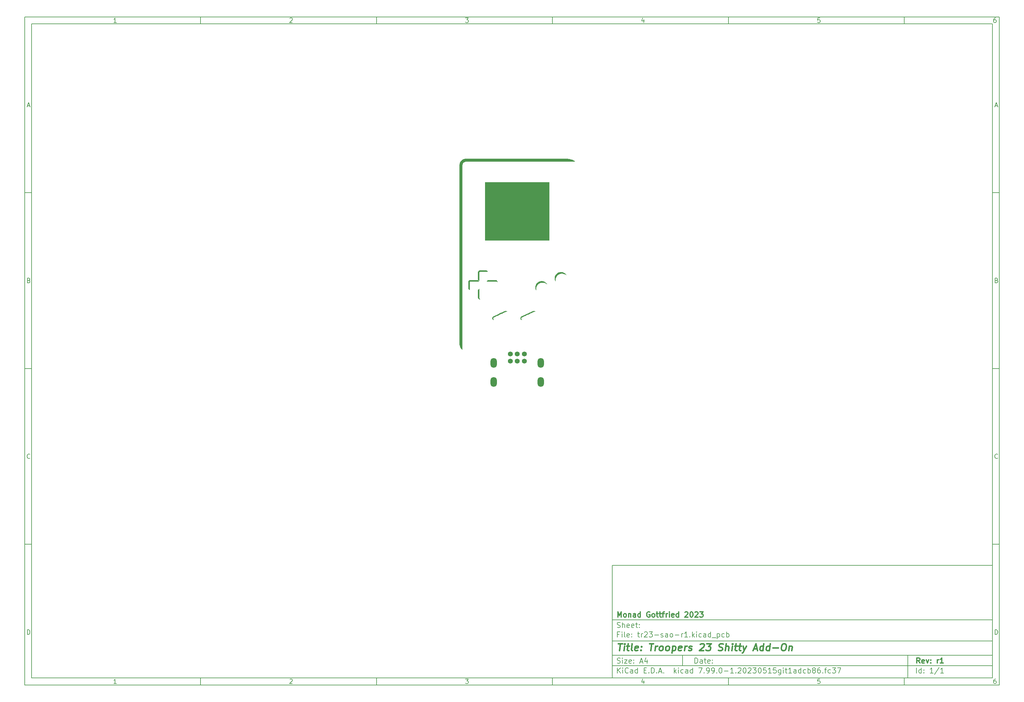
<source format=gbr>
G04 #@! TF.GenerationSoftware,KiCad,Pcbnew,7.99.0-1.20230515git1adcb86.fc37*
G04 #@! TF.CreationDate,2023-06-10T13:46:30+01:00*
G04 #@! TF.ProjectId,tr23-sao-r1,74723233-2d73-4616-9f2d-72312e6b6963,r1*
G04 #@! TF.SameCoordinates,Original*
G04 #@! TF.FileFunction,Soldermask,Top*
G04 #@! TF.FilePolarity,Negative*
%FSLAX46Y46*%
G04 Gerber Fmt 4.6, Leading zero omitted, Abs format (unit mm)*
G04 Created by KiCad (PCBNEW 7.99.0-1.20230515git1adcb86.fc37) date 2023-06-10 13:46:30*
%MOMM*%
%LPD*%
G01*
G04 APERTURE LIST*
%ADD10C,0.100000*%
%ADD11C,0.150000*%
%ADD12C,0.300000*%
%ADD13C,0.400000*%
%ADD14C,0.010000*%
%ADD15C,1.400000*%
%ADD16O,1.800000X2.800000*%
G04 APERTURE END LIST*
D10*
D11*
X177002200Y-166007200D02*
X285002200Y-166007200D01*
X285002200Y-198007200D01*
X177002200Y-198007200D01*
X177002200Y-166007200D01*
D10*
D11*
X10000000Y-10000000D02*
X287002200Y-10000000D01*
X287002200Y-200007200D01*
X10000000Y-200007200D01*
X10000000Y-10000000D01*
D10*
D11*
X12000000Y-12000000D02*
X285002200Y-12000000D01*
X285002200Y-198007200D01*
X12000000Y-198007200D01*
X12000000Y-12000000D01*
D10*
D11*
X60000000Y-12000000D02*
X60000000Y-10000000D01*
D10*
D11*
X110000000Y-12000000D02*
X110000000Y-10000000D01*
D10*
D11*
X160000000Y-12000000D02*
X160000000Y-10000000D01*
D10*
D11*
X210000000Y-12000000D02*
X210000000Y-10000000D01*
D10*
D11*
X260000000Y-12000000D02*
X260000000Y-10000000D01*
D10*
D11*
X36089160Y-11593604D02*
X35346303Y-11593604D01*
X35717731Y-11593604D02*
X35717731Y-10293604D01*
X35717731Y-10293604D02*
X35593922Y-10479319D01*
X35593922Y-10479319D02*
X35470112Y-10603128D01*
X35470112Y-10603128D02*
X35346303Y-10665033D01*
D10*
D11*
X85346303Y-10417414D02*
X85408207Y-10355509D01*
X85408207Y-10355509D02*
X85532017Y-10293604D01*
X85532017Y-10293604D02*
X85841541Y-10293604D01*
X85841541Y-10293604D02*
X85965350Y-10355509D01*
X85965350Y-10355509D02*
X86027255Y-10417414D01*
X86027255Y-10417414D02*
X86089160Y-10541223D01*
X86089160Y-10541223D02*
X86089160Y-10665033D01*
X86089160Y-10665033D02*
X86027255Y-10850747D01*
X86027255Y-10850747D02*
X85284398Y-11593604D01*
X85284398Y-11593604D02*
X86089160Y-11593604D01*
D10*
D11*
X135284398Y-10293604D02*
X136089160Y-10293604D01*
X136089160Y-10293604D02*
X135655826Y-10788842D01*
X135655826Y-10788842D02*
X135841541Y-10788842D01*
X135841541Y-10788842D02*
X135965350Y-10850747D01*
X135965350Y-10850747D02*
X136027255Y-10912652D01*
X136027255Y-10912652D02*
X136089160Y-11036461D01*
X136089160Y-11036461D02*
X136089160Y-11345985D01*
X136089160Y-11345985D02*
X136027255Y-11469795D01*
X136027255Y-11469795D02*
X135965350Y-11531700D01*
X135965350Y-11531700D02*
X135841541Y-11593604D01*
X135841541Y-11593604D02*
X135470112Y-11593604D01*
X135470112Y-11593604D02*
X135346303Y-11531700D01*
X135346303Y-11531700D02*
X135284398Y-11469795D01*
D10*
D11*
X185965350Y-10726938D02*
X185965350Y-11593604D01*
X185655826Y-10231700D02*
X185346303Y-11160271D01*
X185346303Y-11160271D02*
X186151064Y-11160271D01*
D10*
D11*
X236027255Y-10293604D02*
X235408207Y-10293604D01*
X235408207Y-10293604D02*
X235346303Y-10912652D01*
X235346303Y-10912652D02*
X235408207Y-10850747D01*
X235408207Y-10850747D02*
X235532017Y-10788842D01*
X235532017Y-10788842D02*
X235841541Y-10788842D01*
X235841541Y-10788842D02*
X235965350Y-10850747D01*
X235965350Y-10850747D02*
X236027255Y-10912652D01*
X236027255Y-10912652D02*
X236089160Y-11036461D01*
X236089160Y-11036461D02*
X236089160Y-11345985D01*
X236089160Y-11345985D02*
X236027255Y-11469795D01*
X236027255Y-11469795D02*
X235965350Y-11531700D01*
X235965350Y-11531700D02*
X235841541Y-11593604D01*
X235841541Y-11593604D02*
X235532017Y-11593604D01*
X235532017Y-11593604D02*
X235408207Y-11531700D01*
X235408207Y-11531700D02*
X235346303Y-11469795D01*
D10*
D11*
X285965350Y-10293604D02*
X285717731Y-10293604D01*
X285717731Y-10293604D02*
X285593922Y-10355509D01*
X285593922Y-10355509D02*
X285532017Y-10417414D01*
X285532017Y-10417414D02*
X285408207Y-10603128D01*
X285408207Y-10603128D02*
X285346303Y-10850747D01*
X285346303Y-10850747D02*
X285346303Y-11345985D01*
X285346303Y-11345985D02*
X285408207Y-11469795D01*
X285408207Y-11469795D02*
X285470112Y-11531700D01*
X285470112Y-11531700D02*
X285593922Y-11593604D01*
X285593922Y-11593604D02*
X285841541Y-11593604D01*
X285841541Y-11593604D02*
X285965350Y-11531700D01*
X285965350Y-11531700D02*
X286027255Y-11469795D01*
X286027255Y-11469795D02*
X286089160Y-11345985D01*
X286089160Y-11345985D02*
X286089160Y-11036461D01*
X286089160Y-11036461D02*
X286027255Y-10912652D01*
X286027255Y-10912652D02*
X285965350Y-10850747D01*
X285965350Y-10850747D02*
X285841541Y-10788842D01*
X285841541Y-10788842D02*
X285593922Y-10788842D01*
X285593922Y-10788842D02*
X285470112Y-10850747D01*
X285470112Y-10850747D02*
X285408207Y-10912652D01*
X285408207Y-10912652D02*
X285346303Y-11036461D01*
D10*
D11*
X60000000Y-198007200D02*
X60000000Y-200007200D01*
D10*
D11*
X110000000Y-198007200D02*
X110000000Y-200007200D01*
D10*
D11*
X160000000Y-198007200D02*
X160000000Y-200007200D01*
D10*
D11*
X210000000Y-198007200D02*
X210000000Y-200007200D01*
D10*
D11*
X260000000Y-198007200D02*
X260000000Y-200007200D01*
D10*
D11*
X36089160Y-199600804D02*
X35346303Y-199600804D01*
X35717731Y-199600804D02*
X35717731Y-198300804D01*
X35717731Y-198300804D02*
X35593922Y-198486519D01*
X35593922Y-198486519D02*
X35470112Y-198610328D01*
X35470112Y-198610328D02*
X35346303Y-198672233D01*
D10*
D11*
X85346303Y-198424614D02*
X85408207Y-198362709D01*
X85408207Y-198362709D02*
X85532017Y-198300804D01*
X85532017Y-198300804D02*
X85841541Y-198300804D01*
X85841541Y-198300804D02*
X85965350Y-198362709D01*
X85965350Y-198362709D02*
X86027255Y-198424614D01*
X86027255Y-198424614D02*
X86089160Y-198548423D01*
X86089160Y-198548423D02*
X86089160Y-198672233D01*
X86089160Y-198672233D02*
X86027255Y-198857947D01*
X86027255Y-198857947D02*
X85284398Y-199600804D01*
X85284398Y-199600804D02*
X86089160Y-199600804D01*
D10*
D11*
X135284398Y-198300804D02*
X136089160Y-198300804D01*
X136089160Y-198300804D02*
X135655826Y-198796042D01*
X135655826Y-198796042D02*
X135841541Y-198796042D01*
X135841541Y-198796042D02*
X135965350Y-198857947D01*
X135965350Y-198857947D02*
X136027255Y-198919852D01*
X136027255Y-198919852D02*
X136089160Y-199043661D01*
X136089160Y-199043661D02*
X136089160Y-199353185D01*
X136089160Y-199353185D02*
X136027255Y-199476995D01*
X136027255Y-199476995D02*
X135965350Y-199538900D01*
X135965350Y-199538900D02*
X135841541Y-199600804D01*
X135841541Y-199600804D02*
X135470112Y-199600804D01*
X135470112Y-199600804D02*
X135346303Y-199538900D01*
X135346303Y-199538900D02*
X135284398Y-199476995D01*
D10*
D11*
X185965350Y-198734138D02*
X185965350Y-199600804D01*
X185655826Y-198238900D02*
X185346303Y-199167471D01*
X185346303Y-199167471D02*
X186151064Y-199167471D01*
D10*
D11*
X236027255Y-198300804D02*
X235408207Y-198300804D01*
X235408207Y-198300804D02*
X235346303Y-198919852D01*
X235346303Y-198919852D02*
X235408207Y-198857947D01*
X235408207Y-198857947D02*
X235532017Y-198796042D01*
X235532017Y-198796042D02*
X235841541Y-198796042D01*
X235841541Y-198796042D02*
X235965350Y-198857947D01*
X235965350Y-198857947D02*
X236027255Y-198919852D01*
X236027255Y-198919852D02*
X236089160Y-199043661D01*
X236089160Y-199043661D02*
X236089160Y-199353185D01*
X236089160Y-199353185D02*
X236027255Y-199476995D01*
X236027255Y-199476995D02*
X235965350Y-199538900D01*
X235965350Y-199538900D02*
X235841541Y-199600804D01*
X235841541Y-199600804D02*
X235532017Y-199600804D01*
X235532017Y-199600804D02*
X235408207Y-199538900D01*
X235408207Y-199538900D02*
X235346303Y-199476995D01*
D10*
D11*
X285965350Y-198300804D02*
X285717731Y-198300804D01*
X285717731Y-198300804D02*
X285593922Y-198362709D01*
X285593922Y-198362709D02*
X285532017Y-198424614D01*
X285532017Y-198424614D02*
X285408207Y-198610328D01*
X285408207Y-198610328D02*
X285346303Y-198857947D01*
X285346303Y-198857947D02*
X285346303Y-199353185D01*
X285346303Y-199353185D02*
X285408207Y-199476995D01*
X285408207Y-199476995D02*
X285470112Y-199538900D01*
X285470112Y-199538900D02*
X285593922Y-199600804D01*
X285593922Y-199600804D02*
X285841541Y-199600804D01*
X285841541Y-199600804D02*
X285965350Y-199538900D01*
X285965350Y-199538900D02*
X286027255Y-199476995D01*
X286027255Y-199476995D02*
X286089160Y-199353185D01*
X286089160Y-199353185D02*
X286089160Y-199043661D01*
X286089160Y-199043661D02*
X286027255Y-198919852D01*
X286027255Y-198919852D02*
X285965350Y-198857947D01*
X285965350Y-198857947D02*
X285841541Y-198796042D01*
X285841541Y-198796042D02*
X285593922Y-198796042D01*
X285593922Y-198796042D02*
X285470112Y-198857947D01*
X285470112Y-198857947D02*
X285408207Y-198919852D01*
X285408207Y-198919852D02*
X285346303Y-199043661D01*
D10*
D11*
X10000000Y-60000000D02*
X12000000Y-60000000D01*
D10*
D11*
X10000000Y-110000000D02*
X12000000Y-110000000D01*
D10*
D11*
X10000000Y-160000000D02*
X12000000Y-160000000D01*
D10*
D11*
X10789160Y-35222176D02*
X11408207Y-35222176D01*
X10665350Y-35593604D02*
X11098683Y-34293604D01*
X11098683Y-34293604D02*
X11532017Y-35593604D01*
D10*
D11*
X11191541Y-84912652D02*
X11377255Y-84974557D01*
X11377255Y-84974557D02*
X11439160Y-85036461D01*
X11439160Y-85036461D02*
X11501064Y-85160271D01*
X11501064Y-85160271D02*
X11501064Y-85345985D01*
X11501064Y-85345985D02*
X11439160Y-85469795D01*
X11439160Y-85469795D02*
X11377255Y-85531700D01*
X11377255Y-85531700D02*
X11253445Y-85593604D01*
X11253445Y-85593604D02*
X10758207Y-85593604D01*
X10758207Y-85593604D02*
X10758207Y-84293604D01*
X10758207Y-84293604D02*
X11191541Y-84293604D01*
X11191541Y-84293604D02*
X11315350Y-84355509D01*
X11315350Y-84355509D02*
X11377255Y-84417414D01*
X11377255Y-84417414D02*
X11439160Y-84541223D01*
X11439160Y-84541223D02*
X11439160Y-84665033D01*
X11439160Y-84665033D02*
X11377255Y-84788842D01*
X11377255Y-84788842D02*
X11315350Y-84850747D01*
X11315350Y-84850747D02*
X11191541Y-84912652D01*
X11191541Y-84912652D02*
X10758207Y-84912652D01*
D10*
D11*
X11501064Y-135469795D02*
X11439160Y-135531700D01*
X11439160Y-135531700D02*
X11253445Y-135593604D01*
X11253445Y-135593604D02*
X11129636Y-135593604D01*
X11129636Y-135593604D02*
X10943922Y-135531700D01*
X10943922Y-135531700D02*
X10820112Y-135407890D01*
X10820112Y-135407890D02*
X10758207Y-135284080D01*
X10758207Y-135284080D02*
X10696303Y-135036461D01*
X10696303Y-135036461D02*
X10696303Y-134850747D01*
X10696303Y-134850747D02*
X10758207Y-134603128D01*
X10758207Y-134603128D02*
X10820112Y-134479319D01*
X10820112Y-134479319D02*
X10943922Y-134355509D01*
X10943922Y-134355509D02*
X11129636Y-134293604D01*
X11129636Y-134293604D02*
X11253445Y-134293604D01*
X11253445Y-134293604D02*
X11439160Y-134355509D01*
X11439160Y-134355509D02*
X11501064Y-134417414D01*
D10*
D11*
X10758207Y-185593604D02*
X10758207Y-184293604D01*
X10758207Y-184293604D02*
X11067731Y-184293604D01*
X11067731Y-184293604D02*
X11253445Y-184355509D01*
X11253445Y-184355509D02*
X11377255Y-184479319D01*
X11377255Y-184479319D02*
X11439160Y-184603128D01*
X11439160Y-184603128D02*
X11501064Y-184850747D01*
X11501064Y-184850747D02*
X11501064Y-185036461D01*
X11501064Y-185036461D02*
X11439160Y-185284080D01*
X11439160Y-185284080D02*
X11377255Y-185407890D01*
X11377255Y-185407890D02*
X11253445Y-185531700D01*
X11253445Y-185531700D02*
X11067731Y-185593604D01*
X11067731Y-185593604D02*
X10758207Y-185593604D01*
D10*
D11*
X287002200Y-60000000D02*
X285002200Y-60000000D01*
D10*
D11*
X287002200Y-110000000D02*
X285002200Y-110000000D01*
D10*
D11*
X287002200Y-160000000D02*
X285002200Y-160000000D01*
D10*
D11*
X285791360Y-35222176D02*
X286410407Y-35222176D01*
X285667550Y-35593604D02*
X286100883Y-34293604D01*
X286100883Y-34293604D02*
X286534217Y-35593604D01*
D10*
D11*
X286193741Y-84912652D02*
X286379455Y-84974557D01*
X286379455Y-84974557D02*
X286441360Y-85036461D01*
X286441360Y-85036461D02*
X286503264Y-85160271D01*
X286503264Y-85160271D02*
X286503264Y-85345985D01*
X286503264Y-85345985D02*
X286441360Y-85469795D01*
X286441360Y-85469795D02*
X286379455Y-85531700D01*
X286379455Y-85531700D02*
X286255645Y-85593604D01*
X286255645Y-85593604D02*
X285760407Y-85593604D01*
X285760407Y-85593604D02*
X285760407Y-84293604D01*
X285760407Y-84293604D02*
X286193741Y-84293604D01*
X286193741Y-84293604D02*
X286317550Y-84355509D01*
X286317550Y-84355509D02*
X286379455Y-84417414D01*
X286379455Y-84417414D02*
X286441360Y-84541223D01*
X286441360Y-84541223D02*
X286441360Y-84665033D01*
X286441360Y-84665033D02*
X286379455Y-84788842D01*
X286379455Y-84788842D02*
X286317550Y-84850747D01*
X286317550Y-84850747D02*
X286193741Y-84912652D01*
X286193741Y-84912652D02*
X285760407Y-84912652D01*
D10*
D11*
X286503264Y-135469795D02*
X286441360Y-135531700D01*
X286441360Y-135531700D02*
X286255645Y-135593604D01*
X286255645Y-135593604D02*
X286131836Y-135593604D01*
X286131836Y-135593604D02*
X285946122Y-135531700D01*
X285946122Y-135531700D02*
X285822312Y-135407890D01*
X285822312Y-135407890D02*
X285760407Y-135284080D01*
X285760407Y-135284080D02*
X285698503Y-135036461D01*
X285698503Y-135036461D02*
X285698503Y-134850747D01*
X285698503Y-134850747D02*
X285760407Y-134603128D01*
X285760407Y-134603128D02*
X285822312Y-134479319D01*
X285822312Y-134479319D02*
X285946122Y-134355509D01*
X285946122Y-134355509D02*
X286131836Y-134293604D01*
X286131836Y-134293604D02*
X286255645Y-134293604D01*
X286255645Y-134293604D02*
X286441360Y-134355509D01*
X286441360Y-134355509D02*
X286503264Y-134417414D01*
D10*
D11*
X285760407Y-185593604D02*
X285760407Y-184293604D01*
X285760407Y-184293604D02*
X286069931Y-184293604D01*
X286069931Y-184293604D02*
X286255645Y-184355509D01*
X286255645Y-184355509D02*
X286379455Y-184479319D01*
X286379455Y-184479319D02*
X286441360Y-184603128D01*
X286441360Y-184603128D02*
X286503264Y-184850747D01*
X286503264Y-184850747D02*
X286503264Y-185036461D01*
X286503264Y-185036461D02*
X286441360Y-185284080D01*
X286441360Y-185284080D02*
X286379455Y-185407890D01*
X286379455Y-185407890D02*
X286255645Y-185531700D01*
X286255645Y-185531700D02*
X286069931Y-185593604D01*
X286069931Y-185593604D02*
X285760407Y-185593604D01*
D10*
D11*
X200458026Y-193793328D02*
X200458026Y-192293328D01*
X200458026Y-192293328D02*
X200815169Y-192293328D01*
X200815169Y-192293328D02*
X201029455Y-192364757D01*
X201029455Y-192364757D02*
X201172312Y-192507614D01*
X201172312Y-192507614D02*
X201243741Y-192650471D01*
X201243741Y-192650471D02*
X201315169Y-192936185D01*
X201315169Y-192936185D02*
X201315169Y-193150471D01*
X201315169Y-193150471D02*
X201243741Y-193436185D01*
X201243741Y-193436185D02*
X201172312Y-193579042D01*
X201172312Y-193579042D02*
X201029455Y-193721900D01*
X201029455Y-193721900D02*
X200815169Y-193793328D01*
X200815169Y-193793328D02*
X200458026Y-193793328D01*
X202600884Y-193793328D02*
X202600884Y-193007614D01*
X202600884Y-193007614D02*
X202529455Y-192864757D01*
X202529455Y-192864757D02*
X202386598Y-192793328D01*
X202386598Y-192793328D02*
X202100884Y-192793328D01*
X202100884Y-192793328D02*
X201958026Y-192864757D01*
X202600884Y-193721900D02*
X202458026Y-193793328D01*
X202458026Y-193793328D02*
X202100884Y-193793328D01*
X202100884Y-193793328D02*
X201958026Y-193721900D01*
X201958026Y-193721900D02*
X201886598Y-193579042D01*
X201886598Y-193579042D02*
X201886598Y-193436185D01*
X201886598Y-193436185D02*
X201958026Y-193293328D01*
X201958026Y-193293328D02*
X202100884Y-193221900D01*
X202100884Y-193221900D02*
X202458026Y-193221900D01*
X202458026Y-193221900D02*
X202600884Y-193150471D01*
X203100884Y-192793328D02*
X203672312Y-192793328D01*
X203315169Y-192293328D02*
X203315169Y-193579042D01*
X203315169Y-193579042D02*
X203386598Y-193721900D01*
X203386598Y-193721900D02*
X203529455Y-193793328D01*
X203529455Y-193793328D02*
X203672312Y-193793328D01*
X204743741Y-193721900D02*
X204600884Y-193793328D01*
X204600884Y-193793328D02*
X204315170Y-193793328D01*
X204315170Y-193793328D02*
X204172312Y-193721900D01*
X204172312Y-193721900D02*
X204100884Y-193579042D01*
X204100884Y-193579042D02*
X204100884Y-193007614D01*
X204100884Y-193007614D02*
X204172312Y-192864757D01*
X204172312Y-192864757D02*
X204315170Y-192793328D01*
X204315170Y-192793328D02*
X204600884Y-192793328D01*
X204600884Y-192793328D02*
X204743741Y-192864757D01*
X204743741Y-192864757D02*
X204815170Y-193007614D01*
X204815170Y-193007614D02*
X204815170Y-193150471D01*
X204815170Y-193150471D02*
X204100884Y-193293328D01*
X205458026Y-193650471D02*
X205529455Y-193721900D01*
X205529455Y-193721900D02*
X205458026Y-193793328D01*
X205458026Y-193793328D02*
X205386598Y-193721900D01*
X205386598Y-193721900D02*
X205458026Y-193650471D01*
X205458026Y-193650471D02*
X205458026Y-193793328D01*
X205458026Y-192864757D02*
X205529455Y-192936185D01*
X205529455Y-192936185D02*
X205458026Y-193007614D01*
X205458026Y-193007614D02*
X205386598Y-192936185D01*
X205386598Y-192936185D02*
X205458026Y-192864757D01*
X205458026Y-192864757D02*
X205458026Y-193007614D01*
D10*
D11*
X177002200Y-194507200D02*
X285002200Y-194507200D01*
D10*
D11*
X178458026Y-196593328D02*
X178458026Y-195093328D01*
X179315169Y-196593328D02*
X178672312Y-195736185D01*
X179315169Y-195093328D02*
X178458026Y-195950471D01*
X179958026Y-196593328D02*
X179958026Y-195593328D01*
X179958026Y-195093328D02*
X179886598Y-195164757D01*
X179886598Y-195164757D02*
X179958026Y-195236185D01*
X179958026Y-195236185D02*
X180029455Y-195164757D01*
X180029455Y-195164757D02*
X179958026Y-195093328D01*
X179958026Y-195093328D02*
X179958026Y-195236185D01*
X181529455Y-196450471D02*
X181458027Y-196521900D01*
X181458027Y-196521900D02*
X181243741Y-196593328D01*
X181243741Y-196593328D02*
X181100884Y-196593328D01*
X181100884Y-196593328D02*
X180886598Y-196521900D01*
X180886598Y-196521900D02*
X180743741Y-196379042D01*
X180743741Y-196379042D02*
X180672312Y-196236185D01*
X180672312Y-196236185D02*
X180600884Y-195950471D01*
X180600884Y-195950471D02*
X180600884Y-195736185D01*
X180600884Y-195736185D02*
X180672312Y-195450471D01*
X180672312Y-195450471D02*
X180743741Y-195307614D01*
X180743741Y-195307614D02*
X180886598Y-195164757D01*
X180886598Y-195164757D02*
X181100884Y-195093328D01*
X181100884Y-195093328D02*
X181243741Y-195093328D01*
X181243741Y-195093328D02*
X181458027Y-195164757D01*
X181458027Y-195164757D02*
X181529455Y-195236185D01*
X182815170Y-196593328D02*
X182815170Y-195807614D01*
X182815170Y-195807614D02*
X182743741Y-195664757D01*
X182743741Y-195664757D02*
X182600884Y-195593328D01*
X182600884Y-195593328D02*
X182315170Y-195593328D01*
X182315170Y-195593328D02*
X182172312Y-195664757D01*
X182815170Y-196521900D02*
X182672312Y-196593328D01*
X182672312Y-196593328D02*
X182315170Y-196593328D01*
X182315170Y-196593328D02*
X182172312Y-196521900D01*
X182172312Y-196521900D02*
X182100884Y-196379042D01*
X182100884Y-196379042D02*
X182100884Y-196236185D01*
X182100884Y-196236185D02*
X182172312Y-196093328D01*
X182172312Y-196093328D02*
X182315170Y-196021900D01*
X182315170Y-196021900D02*
X182672312Y-196021900D01*
X182672312Y-196021900D02*
X182815170Y-195950471D01*
X184172313Y-196593328D02*
X184172313Y-195093328D01*
X184172313Y-196521900D02*
X184029455Y-196593328D01*
X184029455Y-196593328D02*
X183743741Y-196593328D01*
X183743741Y-196593328D02*
X183600884Y-196521900D01*
X183600884Y-196521900D02*
X183529455Y-196450471D01*
X183529455Y-196450471D02*
X183458027Y-196307614D01*
X183458027Y-196307614D02*
X183458027Y-195879042D01*
X183458027Y-195879042D02*
X183529455Y-195736185D01*
X183529455Y-195736185D02*
X183600884Y-195664757D01*
X183600884Y-195664757D02*
X183743741Y-195593328D01*
X183743741Y-195593328D02*
X184029455Y-195593328D01*
X184029455Y-195593328D02*
X184172313Y-195664757D01*
X186029455Y-195807614D02*
X186529455Y-195807614D01*
X186743741Y-196593328D02*
X186029455Y-196593328D01*
X186029455Y-196593328D02*
X186029455Y-195093328D01*
X186029455Y-195093328D02*
X186743741Y-195093328D01*
X187386598Y-196450471D02*
X187458027Y-196521900D01*
X187458027Y-196521900D02*
X187386598Y-196593328D01*
X187386598Y-196593328D02*
X187315170Y-196521900D01*
X187315170Y-196521900D02*
X187386598Y-196450471D01*
X187386598Y-196450471D02*
X187386598Y-196593328D01*
X188100884Y-196593328D02*
X188100884Y-195093328D01*
X188100884Y-195093328D02*
X188458027Y-195093328D01*
X188458027Y-195093328D02*
X188672313Y-195164757D01*
X188672313Y-195164757D02*
X188815170Y-195307614D01*
X188815170Y-195307614D02*
X188886599Y-195450471D01*
X188886599Y-195450471D02*
X188958027Y-195736185D01*
X188958027Y-195736185D02*
X188958027Y-195950471D01*
X188958027Y-195950471D02*
X188886599Y-196236185D01*
X188886599Y-196236185D02*
X188815170Y-196379042D01*
X188815170Y-196379042D02*
X188672313Y-196521900D01*
X188672313Y-196521900D02*
X188458027Y-196593328D01*
X188458027Y-196593328D02*
X188100884Y-196593328D01*
X189600884Y-196450471D02*
X189672313Y-196521900D01*
X189672313Y-196521900D02*
X189600884Y-196593328D01*
X189600884Y-196593328D02*
X189529456Y-196521900D01*
X189529456Y-196521900D02*
X189600884Y-196450471D01*
X189600884Y-196450471D02*
X189600884Y-196593328D01*
X190243742Y-196164757D02*
X190958028Y-196164757D01*
X190100885Y-196593328D02*
X190600885Y-195093328D01*
X190600885Y-195093328D02*
X191100885Y-196593328D01*
X191600884Y-196450471D02*
X191672313Y-196521900D01*
X191672313Y-196521900D02*
X191600884Y-196593328D01*
X191600884Y-196593328D02*
X191529456Y-196521900D01*
X191529456Y-196521900D02*
X191600884Y-196450471D01*
X191600884Y-196450471D02*
X191600884Y-196593328D01*
X194600884Y-196593328D02*
X194600884Y-195093328D01*
X194743742Y-196021900D02*
X195172313Y-196593328D01*
X195172313Y-195593328D02*
X194600884Y-196164757D01*
X195815170Y-196593328D02*
X195815170Y-195593328D01*
X195815170Y-195093328D02*
X195743742Y-195164757D01*
X195743742Y-195164757D02*
X195815170Y-195236185D01*
X195815170Y-195236185D02*
X195886599Y-195164757D01*
X195886599Y-195164757D02*
X195815170Y-195093328D01*
X195815170Y-195093328D02*
X195815170Y-195236185D01*
X197172314Y-196521900D02*
X197029456Y-196593328D01*
X197029456Y-196593328D02*
X196743742Y-196593328D01*
X196743742Y-196593328D02*
X196600885Y-196521900D01*
X196600885Y-196521900D02*
X196529456Y-196450471D01*
X196529456Y-196450471D02*
X196458028Y-196307614D01*
X196458028Y-196307614D02*
X196458028Y-195879042D01*
X196458028Y-195879042D02*
X196529456Y-195736185D01*
X196529456Y-195736185D02*
X196600885Y-195664757D01*
X196600885Y-195664757D02*
X196743742Y-195593328D01*
X196743742Y-195593328D02*
X197029456Y-195593328D01*
X197029456Y-195593328D02*
X197172314Y-195664757D01*
X198458028Y-196593328D02*
X198458028Y-195807614D01*
X198458028Y-195807614D02*
X198386599Y-195664757D01*
X198386599Y-195664757D02*
X198243742Y-195593328D01*
X198243742Y-195593328D02*
X197958028Y-195593328D01*
X197958028Y-195593328D02*
X197815170Y-195664757D01*
X198458028Y-196521900D02*
X198315170Y-196593328D01*
X198315170Y-196593328D02*
X197958028Y-196593328D01*
X197958028Y-196593328D02*
X197815170Y-196521900D01*
X197815170Y-196521900D02*
X197743742Y-196379042D01*
X197743742Y-196379042D02*
X197743742Y-196236185D01*
X197743742Y-196236185D02*
X197815170Y-196093328D01*
X197815170Y-196093328D02*
X197958028Y-196021900D01*
X197958028Y-196021900D02*
X198315170Y-196021900D01*
X198315170Y-196021900D02*
X198458028Y-195950471D01*
X199815171Y-196593328D02*
X199815171Y-195093328D01*
X199815171Y-196521900D02*
X199672313Y-196593328D01*
X199672313Y-196593328D02*
X199386599Y-196593328D01*
X199386599Y-196593328D02*
X199243742Y-196521900D01*
X199243742Y-196521900D02*
X199172313Y-196450471D01*
X199172313Y-196450471D02*
X199100885Y-196307614D01*
X199100885Y-196307614D02*
X199100885Y-195879042D01*
X199100885Y-195879042D02*
X199172313Y-195736185D01*
X199172313Y-195736185D02*
X199243742Y-195664757D01*
X199243742Y-195664757D02*
X199386599Y-195593328D01*
X199386599Y-195593328D02*
X199672313Y-195593328D01*
X199672313Y-195593328D02*
X199815171Y-195664757D01*
X201529456Y-195093328D02*
X202529456Y-195093328D01*
X202529456Y-195093328D02*
X201886599Y-196593328D01*
X203100884Y-196450471D02*
X203172313Y-196521900D01*
X203172313Y-196521900D02*
X203100884Y-196593328D01*
X203100884Y-196593328D02*
X203029456Y-196521900D01*
X203029456Y-196521900D02*
X203100884Y-196450471D01*
X203100884Y-196450471D02*
X203100884Y-196593328D01*
X203886599Y-196593328D02*
X204172313Y-196593328D01*
X204172313Y-196593328D02*
X204315170Y-196521900D01*
X204315170Y-196521900D02*
X204386599Y-196450471D01*
X204386599Y-196450471D02*
X204529456Y-196236185D01*
X204529456Y-196236185D02*
X204600885Y-195950471D01*
X204600885Y-195950471D02*
X204600885Y-195379042D01*
X204600885Y-195379042D02*
X204529456Y-195236185D01*
X204529456Y-195236185D02*
X204458028Y-195164757D01*
X204458028Y-195164757D02*
X204315170Y-195093328D01*
X204315170Y-195093328D02*
X204029456Y-195093328D01*
X204029456Y-195093328D02*
X203886599Y-195164757D01*
X203886599Y-195164757D02*
X203815170Y-195236185D01*
X203815170Y-195236185D02*
X203743742Y-195379042D01*
X203743742Y-195379042D02*
X203743742Y-195736185D01*
X203743742Y-195736185D02*
X203815170Y-195879042D01*
X203815170Y-195879042D02*
X203886599Y-195950471D01*
X203886599Y-195950471D02*
X204029456Y-196021900D01*
X204029456Y-196021900D02*
X204315170Y-196021900D01*
X204315170Y-196021900D02*
X204458028Y-195950471D01*
X204458028Y-195950471D02*
X204529456Y-195879042D01*
X204529456Y-195879042D02*
X204600885Y-195736185D01*
X205315170Y-196593328D02*
X205600884Y-196593328D01*
X205600884Y-196593328D02*
X205743741Y-196521900D01*
X205743741Y-196521900D02*
X205815170Y-196450471D01*
X205815170Y-196450471D02*
X205958027Y-196236185D01*
X205958027Y-196236185D02*
X206029456Y-195950471D01*
X206029456Y-195950471D02*
X206029456Y-195379042D01*
X206029456Y-195379042D02*
X205958027Y-195236185D01*
X205958027Y-195236185D02*
X205886599Y-195164757D01*
X205886599Y-195164757D02*
X205743741Y-195093328D01*
X205743741Y-195093328D02*
X205458027Y-195093328D01*
X205458027Y-195093328D02*
X205315170Y-195164757D01*
X205315170Y-195164757D02*
X205243741Y-195236185D01*
X205243741Y-195236185D02*
X205172313Y-195379042D01*
X205172313Y-195379042D02*
X205172313Y-195736185D01*
X205172313Y-195736185D02*
X205243741Y-195879042D01*
X205243741Y-195879042D02*
X205315170Y-195950471D01*
X205315170Y-195950471D02*
X205458027Y-196021900D01*
X205458027Y-196021900D02*
X205743741Y-196021900D01*
X205743741Y-196021900D02*
X205886599Y-195950471D01*
X205886599Y-195950471D02*
X205958027Y-195879042D01*
X205958027Y-195879042D02*
X206029456Y-195736185D01*
X206672312Y-196450471D02*
X206743741Y-196521900D01*
X206743741Y-196521900D02*
X206672312Y-196593328D01*
X206672312Y-196593328D02*
X206600884Y-196521900D01*
X206600884Y-196521900D02*
X206672312Y-196450471D01*
X206672312Y-196450471D02*
X206672312Y-196593328D01*
X207672313Y-195093328D02*
X207815170Y-195093328D01*
X207815170Y-195093328D02*
X207958027Y-195164757D01*
X207958027Y-195164757D02*
X208029456Y-195236185D01*
X208029456Y-195236185D02*
X208100884Y-195379042D01*
X208100884Y-195379042D02*
X208172313Y-195664757D01*
X208172313Y-195664757D02*
X208172313Y-196021900D01*
X208172313Y-196021900D02*
X208100884Y-196307614D01*
X208100884Y-196307614D02*
X208029456Y-196450471D01*
X208029456Y-196450471D02*
X207958027Y-196521900D01*
X207958027Y-196521900D02*
X207815170Y-196593328D01*
X207815170Y-196593328D02*
X207672313Y-196593328D01*
X207672313Y-196593328D02*
X207529456Y-196521900D01*
X207529456Y-196521900D02*
X207458027Y-196450471D01*
X207458027Y-196450471D02*
X207386598Y-196307614D01*
X207386598Y-196307614D02*
X207315170Y-196021900D01*
X207315170Y-196021900D02*
X207315170Y-195664757D01*
X207315170Y-195664757D02*
X207386598Y-195379042D01*
X207386598Y-195379042D02*
X207458027Y-195236185D01*
X207458027Y-195236185D02*
X207529456Y-195164757D01*
X207529456Y-195164757D02*
X207672313Y-195093328D01*
X208815169Y-196021900D02*
X209958027Y-196021900D01*
X211458027Y-196593328D02*
X210600884Y-196593328D01*
X211029455Y-196593328D02*
X211029455Y-195093328D01*
X211029455Y-195093328D02*
X210886598Y-195307614D01*
X210886598Y-195307614D02*
X210743741Y-195450471D01*
X210743741Y-195450471D02*
X210600884Y-195521900D01*
X212100883Y-196450471D02*
X212172312Y-196521900D01*
X212172312Y-196521900D02*
X212100883Y-196593328D01*
X212100883Y-196593328D02*
X212029455Y-196521900D01*
X212029455Y-196521900D02*
X212100883Y-196450471D01*
X212100883Y-196450471D02*
X212100883Y-196593328D01*
X212743741Y-195236185D02*
X212815169Y-195164757D01*
X212815169Y-195164757D02*
X212958027Y-195093328D01*
X212958027Y-195093328D02*
X213315169Y-195093328D01*
X213315169Y-195093328D02*
X213458027Y-195164757D01*
X213458027Y-195164757D02*
X213529455Y-195236185D01*
X213529455Y-195236185D02*
X213600884Y-195379042D01*
X213600884Y-195379042D02*
X213600884Y-195521900D01*
X213600884Y-195521900D02*
X213529455Y-195736185D01*
X213529455Y-195736185D02*
X212672312Y-196593328D01*
X212672312Y-196593328D02*
X213600884Y-196593328D01*
X214529455Y-195093328D02*
X214672312Y-195093328D01*
X214672312Y-195093328D02*
X214815169Y-195164757D01*
X214815169Y-195164757D02*
X214886598Y-195236185D01*
X214886598Y-195236185D02*
X214958026Y-195379042D01*
X214958026Y-195379042D02*
X215029455Y-195664757D01*
X215029455Y-195664757D02*
X215029455Y-196021900D01*
X215029455Y-196021900D02*
X214958026Y-196307614D01*
X214958026Y-196307614D02*
X214886598Y-196450471D01*
X214886598Y-196450471D02*
X214815169Y-196521900D01*
X214815169Y-196521900D02*
X214672312Y-196593328D01*
X214672312Y-196593328D02*
X214529455Y-196593328D01*
X214529455Y-196593328D02*
X214386598Y-196521900D01*
X214386598Y-196521900D02*
X214315169Y-196450471D01*
X214315169Y-196450471D02*
X214243740Y-196307614D01*
X214243740Y-196307614D02*
X214172312Y-196021900D01*
X214172312Y-196021900D02*
X214172312Y-195664757D01*
X214172312Y-195664757D02*
X214243740Y-195379042D01*
X214243740Y-195379042D02*
X214315169Y-195236185D01*
X214315169Y-195236185D02*
X214386598Y-195164757D01*
X214386598Y-195164757D02*
X214529455Y-195093328D01*
X215600883Y-195236185D02*
X215672311Y-195164757D01*
X215672311Y-195164757D02*
X215815169Y-195093328D01*
X215815169Y-195093328D02*
X216172311Y-195093328D01*
X216172311Y-195093328D02*
X216315169Y-195164757D01*
X216315169Y-195164757D02*
X216386597Y-195236185D01*
X216386597Y-195236185D02*
X216458026Y-195379042D01*
X216458026Y-195379042D02*
X216458026Y-195521900D01*
X216458026Y-195521900D02*
X216386597Y-195736185D01*
X216386597Y-195736185D02*
X215529454Y-196593328D01*
X215529454Y-196593328D02*
X216458026Y-196593328D01*
X216958025Y-195093328D02*
X217886597Y-195093328D01*
X217886597Y-195093328D02*
X217386597Y-195664757D01*
X217386597Y-195664757D02*
X217600882Y-195664757D01*
X217600882Y-195664757D02*
X217743740Y-195736185D01*
X217743740Y-195736185D02*
X217815168Y-195807614D01*
X217815168Y-195807614D02*
X217886597Y-195950471D01*
X217886597Y-195950471D02*
X217886597Y-196307614D01*
X217886597Y-196307614D02*
X217815168Y-196450471D01*
X217815168Y-196450471D02*
X217743740Y-196521900D01*
X217743740Y-196521900D02*
X217600882Y-196593328D01*
X217600882Y-196593328D02*
X217172311Y-196593328D01*
X217172311Y-196593328D02*
X217029454Y-196521900D01*
X217029454Y-196521900D02*
X216958025Y-196450471D01*
X218815168Y-195093328D02*
X218958025Y-195093328D01*
X218958025Y-195093328D02*
X219100882Y-195164757D01*
X219100882Y-195164757D02*
X219172311Y-195236185D01*
X219172311Y-195236185D02*
X219243739Y-195379042D01*
X219243739Y-195379042D02*
X219315168Y-195664757D01*
X219315168Y-195664757D02*
X219315168Y-196021900D01*
X219315168Y-196021900D02*
X219243739Y-196307614D01*
X219243739Y-196307614D02*
X219172311Y-196450471D01*
X219172311Y-196450471D02*
X219100882Y-196521900D01*
X219100882Y-196521900D02*
X218958025Y-196593328D01*
X218958025Y-196593328D02*
X218815168Y-196593328D01*
X218815168Y-196593328D02*
X218672311Y-196521900D01*
X218672311Y-196521900D02*
X218600882Y-196450471D01*
X218600882Y-196450471D02*
X218529453Y-196307614D01*
X218529453Y-196307614D02*
X218458025Y-196021900D01*
X218458025Y-196021900D02*
X218458025Y-195664757D01*
X218458025Y-195664757D02*
X218529453Y-195379042D01*
X218529453Y-195379042D02*
X218600882Y-195236185D01*
X218600882Y-195236185D02*
X218672311Y-195164757D01*
X218672311Y-195164757D02*
X218815168Y-195093328D01*
X220672310Y-195093328D02*
X219958024Y-195093328D01*
X219958024Y-195093328D02*
X219886596Y-195807614D01*
X219886596Y-195807614D02*
X219958024Y-195736185D01*
X219958024Y-195736185D02*
X220100882Y-195664757D01*
X220100882Y-195664757D02*
X220458024Y-195664757D01*
X220458024Y-195664757D02*
X220600882Y-195736185D01*
X220600882Y-195736185D02*
X220672310Y-195807614D01*
X220672310Y-195807614D02*
X220743739Y-195950471D01*
X220743739Y-195950471D02*
X220743739Y-196307614D01*
X220743739Y-196307614D02*
X220672310Y-196450471D01*
X220672310Y-196450471D02*
X220600882Y-196521900D01*
X220600882Y-196521900D02*
X220458024Y-196593328D01*
X220458024Y-196593328D02*
X220100882Y-196593328D01*
X220100882Y-196593328D02*
X219958024Y-196521900D01*
X219958024Y-196521900D02*
X219886596Y-196450471D01*
X222172310Y-196593328D02*
X221315167Y-196593328D01*
X221743738Y-196593328D02*
X221743738Y-195093328D01*
X221743738Y-195093328D02*
X221600881Y-195307614D01*
X221600881Y-195307614D02*
X221458024Y-195450471D01*
X221458024Y-195450471D02*
X221315167Y-195521900D01*
X223529452Y-195093328D02*
X222815166Y-195093328D01*
X222815166Y-195093328D02*
X222743738Y-195807614D01*
X222743738Y-195807614D02*
X222815166Y-195736185D01*
X222815166Y-195736185D02*
X222958024Y-195664757D01*
X222958024Y-195664757D02*
X223315166Y-195664757D01*
X223315166Y-195664757D02*
X223458024Y-195736185D01*
X223458024Y-195736185D02*
X223529452Y-195807614D01*
X223529452Y-195807614D02*
X223600881Y-195950471D01*
X223600881Y-195950471D02*
X223600881Y-196307614D01*
X223600881Y-196307614D02*
X223529452Y-196450471D01*
X223529452Y-196450471D02*
X223458024Y-196521900D01*
X223458024Y-196521900D02*
X223315166Y-196593328D01*
X223315166Y-196593328D02*
X222958024Y-196593328D01*
X222958024Y-196593328D02*
X222815166Y-196521900D01*
X222815166Y-196521900D02*
X222743738Y-196450471D01*
X224886595Y-195593328D02*
X224886595Y-196807614D01*
X224886595Y-196807614D02*
X224815166Y-196950471D01*
X224815166Y-196950471D02*
X224743737Y-197021900D01*
X224743737Y-197021900D02*
X224600880Y-197093328D01*
X224600880Y-197093328D02*
X224386595Y-197093328D01*
X224386595Y-197093328D02*
X224243737Y-197021900D01*
X224886595Y-196521900D02*
X224743737Y-196593328D01*
X224743737Y-196593328D02*
X224458023Y-196593328D01*
X224458023Y-196593328D02*
X224315166Y-196521900D01*
X224315166Y-196521900D02*
X224243737Y-196450471D01*
X224243737Y-196450471D02*
X224172309Y-196307614D01*
X224172309Y-196307614D02*
X224172309Y-195879042D01*
X224172309Y-195879042D02*
X224243737Y-195736185D01*
X224243737Y-195736185D02*
X224315166Y-195664757D01*
X224315166Y-195664757D02*
X224458023Y-195593328D01*
X224458023Y-195593328D02*
X224743737Y-195593328D01*
X224743737Y-195593328D02*
X224886595Y-195664757D01*
X225600880Y-196593328D02*
X225600880Y-195593328D01*
X225600880Y-195093328D02*
X225529452Y-195164757D01*
X225529452Y-195164757D02*
X225600880Y-195236185D01*
X225600880Y-195236185D02*
X225672309Y-195164757D01*
X225672309Y-195164757D02*
X225600880Y-195093328D01*
X225600880Y-195093328D02*
X225600880Y-195236185D01*
X226100881Y-195593328D02*
X226672309Y-195593328D01*
X226315166Y-195093328D02*
X226315166Y-196379042D01*
X226315166Y-196379042D02*
X226386595Y-196521900D01*
X226386595Y-196521900D02*
X226529452Y-196593328D01*
X226529452Y-196593328D02*
X226672309Y-196593328D01*
X227958024Y-196593328D02*
X227100881Y-196593328D01*
X227529452Y-196593328D02*
X227529452Y-195093328D01*
X227529452Y-195093328D02*
X227386595Y-195307614D01*
X227386595Y-195307614D02*
X227243738Y-195450471D01*
X227243738Y-195450471D02*
X227100881Y-195521900D01*
X229243738Y-196593328D02*
X229243738Y-195807614D01*
X229243738Y-195807614D02*
X229172309Y-195664757D01*
X229172309Y-195664757D02*
X229029452Y-195593328D01*
X229029452Y-195593328D02*
X228743738Y-195593328D01*
X228743738Y-195593328D02*
X228600880Y-195664757D01*
X229243738Y-196521900D02*
X229100880Y-196593328D01*
X229100880Y-196593328D02*
X228743738Y-196593328D01*
X228743738Y-196593328D02*
X228600880Y-196521900D01*
X228600880Y-196521900D02*
X228529452Y-196379042D01*
X228529452Y-196379042D02*
X228529452Y-196236185D01*
X228529452Y-196236185D02*
X228600880Y-196093328D01*
X228600880Y-196093328D02*
X228743738Y-196021900D01*
X228743738Y-196021900D02*
X229100880Y-196021900D01*
X229100880Y-196021900D02*
X229243738Y-195950471D01*
X230600881Y-196593328D02*
X230600881Y-195093328D01*
X230600881Y-196521900D02*
X230458023Y-196593328D01*
X230458023Y-196593328D02*
X230172309Y-196593328D01*
X230172309Y-196593328D02*
X230029452Y-196521900D01*
X230029452Y-196521900D02*
X229958023Y-196450471D01*
X229958023Y-196450471D02*
X229886595Y-196307614D01*
X229886595Y-196307614D02*
X229886595Y-195879042D01*
X229886595Y-195879042D02*
X229958023Y-195736185D01*
X229958023Y-195736185D02*
X230029452Y-195664757D01*
X230029452Y-195664757D02*
X230172309Y-195593328D01*
X230172309Y-195593328D02*
X230458023Y-195593328D01*
X230458023Y-195593328D02*
X230600881Y-195664757D01*
X231958024Y-196521900D02*
X231815166Y-196593328D01*
X231815166Y-196593328D02*
X231529452Y-196593328D01*
X231529452Y-196593328D02*
X231386595Y-196521900D01*
X231386595Y-196521900D02*
X231315166Y-196450471D01*
X231315166Y-196450471D02*
X231243738Y-196307614D01*
X231243738Y-196307614D02*
X231243738Y-195879042D01*
X231243738Y-195879042D02*
X231315166Y-195736185D01*
X231315166Y-195736185D02*
X231386595Y-195664757D01*
X231386595Y-195664757D02*
X231529452Y-195593328D01*
X231529452Y-195593328D02*
X231815166Y-195593328D01*
X231815166Y-195593328D02*
X231958024Y-195664757D01*
X232600880Y-196593328D02*
X232600880Y-195093328D01*
X232600880Y-195664757D02*
X232743738Y-195593328D01*
X232743738Y-195593328D02*
X233029452Y-195593328D01*
X233029452Y-195593328D02*
X233172309Y-195664757D01*
X233172309Y-195664757D02*
X233243738Y-195736185D01*
X233243738Y-195736185D02*
X233315166Y-195879042D01*
X233315166Y-195879042D02*
X233315166Y-196307614D01*
X233315166Y-196307614D02*
X233243738Y-196450471D01*
X233243738Y-196450471D02*
X233172309Y-196521900D01*
X233172309Y-196521900D02*
X233029452Y-196593328D01*
X233029452Y-196593328D02*
X232743738Y-196593328D01*
X232743738Y-196593328D02*
X232600880Y-196521900D01*
X234172309Y-195736185D02*
X234029452Y-195664757D01*
X234029452Y-195664757D02*
X233958023Y-195593328D01*
X233958023Y-195593328D02*
X233886595Y-195450471D01*
X233886595Y-195450471D02*
X233886595Y-195379042D01*
X233886595Y-195379042D02*
X233958023Y-195236185D01*
X233958023Y-195236185D02*
X234029452Y-195164757D01*
X234029452Y-195164757D02*
X234172309Y-195093328D01*
X234172309Y-195093328D02*
X234458023Y-195093328D01*
X234458023Y-195093328D02*
X234600881Y-195164757D01*
X234600881Y-195164757D02*
X234672309Y-195236185D01*
X234672309Y-195236185D02*
X234743738Y-195379042D01*
X234743738Y-195379042D02*
X234743738Y-195450471D01*
X234743738Y-195450471D02*
X234672309Y-195593328D01*
X234672309Y-195593328D02*
X234600881Y-195664757D01*
X234600881Y-195664757D02*
X234458023Y-195736185D01*
X234458023Y-195736185D02*
X234172309Y-195736185D01*
X234172309Y-195736185D02*
X234029452Y-195807614D01*
X234029452Y-195807614D02*
X233958023Y-195879042D01*
X233958023Y-195879042D02*
X233886595Y-196021900D01*
X233886595Y-196021900D02*
X233886595Y-196307614D01*
X233886595Y-196307614D02*
X233958023Y-196450471D01*
X233958023Y-196450471D02*
X234029452Y-196521900D01*
X234029452Y-196521900D02*
X234172309Y-196593328D01*
X234172309Y-196593328D02*
X234458023Y-196593328D01*
X234458023Y-196593328D02*
X234600881Y-196521900D01*
X234600881Y-196521900D02*
X234672309Y-196450471D01*
X234672309Y-196450471D02*
X234743738Y-196307614D01*
X234743738Y-196307614D02*
X234743738Y-196021900D01*
X234743738Y-196021900D02*
X234672309Y-195879042D01*
X234672309Y-195879042D02*
X234600881Y-195807614D01*
X234600881Y-195807614D02*
X234458023Y-195736185D01*
X236029452Y-195093328D02*
X235743737Y-195093328D01*
X235743737Y-195093328D02*
X235600880Y-195164757D01*
X235600880Y-195164757D02*
X235529452Y-195236185D01*
X235529452Y-195236185D02*
X235386594Y-195450471D01*
X235386594Y-195450471D02*
X235315166Y-195736185D01*
X235315166Y-195736185D02*
X235315166Y-196307614D01*
X235315166Y-196307614D02*
X235386594Y-196450471D01*
X235386594Y-196450471D02*
X235458023Y-196521900D01*
X235458023Y-196521900D02*
X235600880Y-196593328D01*
X235600880Y-196593328D02*
X235886594Y-196593328D01*
X235886594Y-196593328D02*
X236029452Y-196521900D01*
X236029452Y-196521900D02*
X236100880Y-196450471D01*
X236100880Y-196450471D02*
X236172309Y-196307614D01*
X236172309Y-196307614D02*
X236172309Y-195950471D01*
X236172309Y-195950471D02*
X236100880Y-195807614D01*
X236100880Y-195807614D02*
X236029452Y-195736185D01*
X236029452Y-195736185D02*
X235886594Y-195664757D01*
X235886594Y-195664757D02*
X235600880Y-195664757D01*
X235600880Y-195664757D02*
X235458023Y-195736185D01*
X235458023Y-195736185D02*
X235386594Y-195807614D01*
X235386594Y-195807614D02*
X235315166Y-195950471D01*
X236815165Y-196450471D02*
X236886594Y-196521900D01*
X236886594Y-196521900D02*
X236815165Y-196593328D01*
X236815165Y-196593328D02*
X236743737Y-196521900D01*
X236743737Y-196521900D02*
X236815165Y-196450471D01*
X236815165Y-196450471D02*
X236815165Y-196593328D01*
X237315166Y-195593328D02*
X237886594Y-195593328D01*
X237529451Y-196593328D02*
X237529451Y-195307614D01*
X237529451Y-195307614D02*
X237600880Y-195164757D01*
X237600880Y-195164757D02*
X237743737Y-195093328D01*
X237743737Y-195093328D02*
X237886594Y-195093328D01*
X239029452Y-196521900D02*
X238886594Y-196593328D01*
X238886594Y-196593328D02*
X238600880Y-196593328D01*
X238600880Y-196593328D02*
X238458023Y-196521900D01*
X238458023Y-196521900D02*
X238386594Y-196450471D01*
X238386594Y-196450471D02*
X238315166Y-196307614D01*
X238315166Y-196307614D02*
X238315166Y-195879042D01*
X238315166Y-195879042D02*
X238386594Y-195736185D01*
X238386594Y-195736185D02*
X238458023Y-195664757D01*
X238458023Y-195664757D02*
X238600880Y-195593328D01*
X238600880Y-195593328D02*
X238886594Y-195593328D01*
X238886594Y-195593328D02*
X239029452Y-195664757D01*
X239529451Y-195093328D02*
X240458023Y-195093328D01*
X240458023Y-195093328D02*
X239958023Y-195664757D01*
X239958023Y-195664757D02*
X240172308Y-195664757D01*
X240172308Y-195664757D02*
X240315166Y-195736185D01*
X240315166Y-195736185D02*
X240386594Y-195807614D01*
X240386594Y-195807614D02*
X240458023Y-195950471D01*
X240458023Y-195950471D02*
X240458023Y-196307614D01*
X240458023Y-196307614D02*
X240386594Y-196450471D01*
X240386594Y-196450471D02*
X240315166Y-196521900D01*
X240315166Y-196521900D02*
X240172308Y-196593328D01*
X240172308Y-196593328D02*
X239743737Y-196593328D01*
X239743737Y-196593328D02*
X239600880Y-196521900D01*
X239600880Y-196521900D02*
X239529451Y-196450471D01*
X240958022Y-195093328D02*
X241958022Y-195093328D01*
X241958022Y-195093328D02*
X241315165Y-196593328D01*
D10*
D11*
X177002200Y-191507200D02*
X285002200Y-191507200D01*
D10*
D12*
X264413853Y-193785528D02*
X263913853Y-193071242D01*
X263556710Y-193785528D02*
X263556710Y-192285528D01*
X263556710Y-192285528D02*
X264128139Y-192285528D01*
X264128139Y-192285528D02*
X264270996Y-192356957D01*
X264270996Y-192356957D02*
X264342425Y-192428385D01*
X264342425Y-192428385D02*
X264413853Y-192571242D01*
X264413853Y-192571242D02*
X264413853Y-192785528D01*
X264413853Y-192785528D02*
X264342425Y-192928385D01*
X264342425Y-192928385D02*
X264270996Y-192999814D01*
X264270996Y-192999814D02*
X264128139Y-193071242D01*
X264128139Y-193071242D02*
X263556710Y-193071242D01*
X265628139Y-193714100D02*
X265485282Y-193785528D01*
X265485282Y-193785528D02*
X265199568Y-193785528D01*
X265199568Y-193785528D02*
X265056710Y-193714100D01*
X265056710Y-193714100D02*
X264985282Y-193571242D01*
X264985282Y-193571242D02*
X264985282Y-192999814D01*
X264985282Y-192999814D02*
X265056710Y-192856957D01*
X265056710Y-192856957D02*
X265199568Y-192785528D01*
X265199568Y-192785528D02*
X265485282Y-192785528D01*
X265485282Y-192785528D02*
X265628139Y-192856957D01*
X265628139Y-192856957D02*
X265699568Y-192999814D01*
X265699568Y-192999814D02*
X265699568Y-193142671D01*
X265699568Y-193142671D02*
X264985282Y-193285528D01*
X266199567Y-192785528D02*
X266556710Y-193785528D01*
X266556710Y-193785528D02*
X266913853Y-192785528D01*
X267485281Y-193642671D02*
X267556710Y-193714100D01*
X267556710Y-193714100D02*
X267485281Y-193785528D01*
X267485281Y-193785528D02*
X267413853Y-193714100D01*
X267413853Y-193714100D02*
X267485281Y-193642671D01*
X267485281Y-193642671D02*
X267485281Y-193785528D01*
X267485281Y-192856957D02*
X267556710Y-192928385D01*
X267556710Y-192928385D02*
X267485281Y-192999814D01*
X267485281Y-192999814D02*
X267413853Y-192928385D01*
X267413853Y-192928385D02*
X267485281Y-192856957D01*
X267485281Y-192856957D02*
X267485281Y-192999814D01*
X269342424Y-193785528D02*
X269342424Y-192785528D01*
X269342424Y-193071242D02*
X269413853Y-192928385D01*
X269413853Y-192928385D02*
X269485282Y-192856957D01*
X269485282Y-192856957D02*
X269628139Y-192785528D01*
X269628139Y-192785528D02*
X269770996Y-192785528D01*
X271056710Y-193785528D02*
X270199567Y-193785528D01*
X270628138Y-193785528D02*
X270628138Y-192285528D01*
X270628138Y-192285528D02*
X270485281Y-192499814D01*
X270485281Y-192499814D02*
X270342424Y-192642671D01*
X270342424Y-192642671D02*
X270199567Y-192714100D01*
D10*
D11*
X178386598Y-193721900D02*
X178600884Y-193793328D01*
X178600884Y-193793328D02*
X178958026Y-193793328D01*
X178958026Y-193793328D02*
X179100884Y-193721900D01*
X179100884Y-193721900D02*
X179172312Y-193650471D01*
X179172312Y-193650471D02*
X179243741Y-193507614D01*
X179243741Y-193507614D02*
X179243741Y-193364757D01*
X179243741Y-193364757D02*
X179172312Y-193221900D01*
X179172312Y-193221900D02*
X179100884Y-193150471D01*
X179100884Y-193150471D02*
X178958026Y-193079042D01*
X178958026Y-193079042D02*
X178672312Y-193007614D01*
X178672312Y-193007614D02*
X178529455Y-192936185D01*
X178529455Y-192936185D02*
X178458026Y-192864757D01*
X178458026Y-192864757D02*
X178386598Y-192721900D01*
X178386598Y-192721900D02*
X178386598Y-192579042D01*
X178386598Y-192579042D02*
X178458026Y-192436185D01*
X178458026Y-192436185D02*
X178529455Y-192364757D01*
X178529455Y-192364757D02*
X178672312Y-192293328D01*
X178672312Y-192293328D02*
X179029455Y-192293328D01*
X179029455Y-192293328D02*
X179243741Y-192364757D01*
X179886597Y-193793328D02*
X179886597Y-192793328D01*
X179886597Y-192293328D02*
X179815169Y-192364757D01*
X179815169Y-192364757D02*
X179886597Y-192436185D01*
X179886597Y-192436185D02*
X179958026Y-192364757D01*
X179958026Y-192364757D02*
X179886597Y-192293328D01*
X179886597Y-192293328D02*
X179886597Y-192436185D01*
X180458026Y-192793328D02*
X181243741Y-192793328D01*
X181243741Y-192793328D02*
X180458026Y-193793328D01*
X180458026Y-193793328D02*
X181243741Y-193793328D01*
X182386598Y-193721900D02*
X182243741Y-193793328D01*
X182243741Y-193793328D02*
X181958027Y-193793328D01*
X181958027Y-193793328D02*
X181815169Y-193721900D01*
X181815169Y-193721900D02*
X181743741Y-193579042D01*
X181743741Y-193579042D02*
X181743741Y-193007614D01*
X181743741Y-193007614D02*
X181815169Y-192864757D01*
X181815169Y-192864757D02*
X181958027Y-192793328D01*
X181958027Y-192793328D02*
X182243741Y-192793328D01*
X182243741Y-192793328D02*
X182386598Y-192864757D01*
X182386598Y-192864757D02*
X182458027Y-193007614D01*
X182458027Y-193007614D02*
X182458027Y-193150471D01*
X182458027Y-193150471D02*
X181743741Y-193293328D01*
X183100883Y-193650471D02*
X183172312Y-193721900D01*
X183172312Y-193721900D02*
X183100883Y-193793328D01*
X183100883Y-193793328D02*
X183029455Y-193721900D01*
X183029455Y-193721900D02*
X183100883Y-193650471D01*
X183100883Y-193650471D02*
X183100883Y-193793328D01*
X183100883Y-192864757D02*
X183172312Y-192936185D01*
X183172312Y-192936185D02*
X183100883Y-193007614D01*
X183100883Y-193007614D02*
X183029455Y-192936185D01*
X183029455Y-192936185D02*
X183100883Y-192864757D01*
X183100883Y-192864757D02*
X183100883Y-193007614D01*
X184886598Y-193364757D02*
X185600884Y-193364757D01*
X184743741Y-193793328D02*
X185243741Y-192293328D01*
X185243741Y-192293328D02*
X185743741Y-193793328D01*
X186886598Y-192793328D02*
X186886598Y-193793328D01*
X186529455Y-192221900D02*
X186172312Y-193293328D01*
X186172312Y-193293328D02*
X187100883Y-193293328D01*
D10*
D11*
X263458026Y-196593328D02*
X263458026Y-195093328D01*
X264815170Y-196593328D02*
X264815170Y-195093328D01*
X264815170Y-196521900D02*
X264672312Y-196593328D01*
X264672312Y-196593328D02*
X264386598Y-196593328D01*
X264386598Y-196593328D02*
X264243741Y-196521900D01*
X264243741Y-196521900D02*
X264172312Y-196450471D01*
X264172312Y-196450471D02*
X264100884Y-196307614D01*
X264100884Y-196307614D02*
X264100884Y-195879042D01*
X264100884Y-195879042D02*
X264172312Y-195736185D01*
X264172312Y-195736185D02*
X264243741Y-195664757D01*
X264243741Y-195664757D02*
X264386598Y-195593328D01*
X264386598Y-195593328D02*
X264672312Y-195593328D01*
X264672312Y-195593328D02*
X264815170Y-195664757D01*
X265529455Y-196450471D02*
X265600884Y-196521900D01*
X265600884Y-196521900D02*
X265529455Y-196593328D01*
X265529455Y-196593328D02*
X265458027Y-196521900D01*
X265458027Y-196521900D02*
X265529455Y-196450471D01*
X265529455Y-196450471D02*
X265529455Y-196593328D01*
X265529455Y-195664757D02*
X265600884Y-195736185D01*
X265600884Y-195736185D02*
X265529455Y-195807614D01*
X265529455Y-195807614D02*
X265458027Y-195736185D01*
X265458027Y-195736185D02*
X265529455Y-195664757D01*
X265529455Y-195664757D02*
X265529455Y-195807614D01*
X268172313Y-196593328D02*
X267315170Y-196593328D01*
X267743741Y-196593328D02*
X267743741Y-195093328D01*
X267743741Y-195093328D02*
X267600884Y-195307614D01*
X267600884Y-195307614D02*
X267458027Y-195450471D01*
X267458027Y-195450471D02*
X267315170Y-195521900D01*
X269886598Y-195021900D02*
X268600884Y-196950471D01*
X271172313Y-196593328D02*
X270315170Y-196593328D01*
X270743741Y-196593328D02*
X270743741Y-195093328D01*
X270743741Y-195093328D02*
X270600884Y-195307614D01*
X270600884Y-195307614D02*
X270458027Y-195450471D01*
X270458027Y-195450471D02*
X270315170Y-195521900D01*
D10*
D11*
X177002200Y-187507200D02*
X285002200Y-187507200D01*
D10*
D13*
X178693928Y-188211638D02*
X179836785Y-188211638D01*
X179015357Y-190211638D02*
X179265357Y-188211638D01*
X180253452Y-190211638D02*
X180420119Y-188878304D01*
X180503452Y-188211638D02*
X180396309Y-188306876D01*
X180396309Y-188306876D02*
X180479643Y-188402114D01*
X180479643Y-188402114D02*
X180586786Y-188306876D01*
X180586786Y-188306876D02*
X180503452Y-188211638D01*
X180503452Y-188211638D02*
X180479643Y-188402114D01*
X181086786Y-188878304D02*
X181848690Y-188878304D01*
X181455833Y-188211638D02*
X181241548Y-189925923D01*
X181241548Y-189925923D02*
X181312976Y-190116400D01*
X181312976Y-190116400D02*
X181491548Y-190211638D01*
X181491548Y-190211638D02*
X181682024Y-190211638D01*
X182634405Y-190211638D02*
X182455833Y-190116400D01*
X182455833Y-190116400D02*
X182384405Y-189925923D01*
X182384405Y-189925923D02*
X182598690Y-188211638D01*
X184170119Y-190116400D02*
X183967738Y-190211638D01*
X183967738Y-190211638D02*
X183586785Y-190211638D01*
X183586785Y-190211638D02*
X183408214Y-190116400D01*
X183408214Y-190116400D02*
X183336785Y-189925923D01*
X183336785Y-189925923D02*
X183432024Y-189164019D01*
X183432024Y-189164019D02*
X183551071Y-188973542D01*
X183551071Y-188973542D02*
X183753452Y-188878304D01*
X183753452Y-188878304D02*
X184134404Y-188878304D01*
X184134404Y-188878304D02*
X184312976Y-188973542D01*
X184312976Y-188973542D02*
X184384404Y-189164019D01*
X184384404Y-189164019D02*
X184360595Y-189354495D01*
X184360595Y-189354495D02*
X183384404Y-189544971D01*
X185134405Y-190021161D02*
X185217738Y-190116400D01*
X185217738Y-190116400D02*
X185110595Y-190211638D01*
X185110595Y-190211638D02*
X185027262Y-190116400D01*
X185027262Y-190116400D02*
X185134405Y-190021161D01*
X185134405Y-190021161D02*
X185110595Y-190211638D01*
X185265357Y-188973542D02*
X185348690Y-189068780D01*
X185348690Y-189068780D02*
X185241548Y-189164019D01*
X185241548Y-189164019D02*
X185158214Y-189068780D01*
X185158214Y-189068780D02*
X185265357Y-188973542D01*
X185265357Y-188973542D02*
X185241548Y-189164019D01*
X187551072Y-188211638D02*
X188693929Y-188211638D01*
X187872501Y-190211638D02*
X188122501Y-188211638D01*
X189110596Y-190211638D02*
X189277263Y-188878304D01*
X189229644Y-189259257D02*
X189348691Y-189068780D01*
X189348691Y-189068780D02*
X189455834Y-188973542D01*
X189455834Y-188973542D02*
X189658215Y-188878304D01*
X189658215Y-188878304D02*
X189848691Y-188878304D01*
X190634406Y-190211638D02*
X190455834Y-190116400D01*
X190455834Y-190116400D02*
X190372501Y-190021161D01*
X190372501Y-190021161D02*
X190301072Y-189830685D01*
X190301072Y-189830685D02*
X190372501Y-189259257D01*
X190372501Y-189259257D02*
X190491548Y-189068780D01*
X190491548Y-189068780D02*
X190598691Y-188973542D01*
X190598691Y-188973542D02*
X190801072Y-188878304D01*
X190801072Y-188878304D02*
X191086786Y-188878304D01*
X191086786Y-188878304D02*
X191265358Y-188973542D01*
X191265358Y-188973542D02*
X191348691Y-189068780D01*
X191348691Y-189068780D02*
X191420120Y-189259257D01*
X191420120Y-189259257D02*
X191348691Y-189830685D01*
X191348691Y-189830685D02*
X191229644Y-190021161D01*
X191229644Y-190021161D02*
X191122501Y-190116400D01*
X191122501Y-190116400D02*
X190920120Y-190211638D01*
X190920120Y-190211638D02*
X190634406Y-190211638D01*
X192443930Y-190211638D02*
X192265358Y-190116400D01*
X192265358Y-190116400D02*
X192182025Y-190021161D01*
X192182025Y-190021161D02*
X192110596Y-189830685D01*
X192110596Y-189830685D02*
X192182025Y-189259257D01*
X192182025Y-189259257D02*
X192301072Y-189068780D01*
X192301072Y-189068780D02*
X192408215Y-188973542D01*
X192408215Y-188973542D02*
X192610596Y-188878304D01*
X192610596Y-188878304D02*
X192896310Y-188878304D01*
X192896310Y-188878304D02*
X193074882Y-188973542D01*
X193074882Y-188973542D02*
X193158215Y-189068780D01*
X193158215Y-189068780D02*
X193229644Y-189259257D01*
X193229644Y-189259257D02*
X193158215Y-189830685D01*
X193158215Y-189830685D02*
X193039168Y-190021161D01*
X193039168Y-190021161D02*
X192932025Y-190116400D01*
X192932025Y-190116400D02*
X192729644Y-190211638D01*
X192729644Y-190211638D02*
X192443930Y-190211638D01*
X194134406Y-188878304D02*
X193884406Y-190878304D01*
X194122501Y-188973542D02*
X194324882Y-188878304D01*
X194324882Y-188878304D02*
X194705834Y-188878304D01*
X194705834Y-188878304D02*
X194884406Y-188973542D01*
X194884406Y-188973542D02*
X194967739Y-189068780D01*
X194967739Y-189068780D02*
X195039168Y-189259257D01*
X195039168Y-189259257D02*
X194967739Y-189830685D01*
X194967739Y-189830685D02*
X194848692Y-190021161D01*
X194848692Y-190021161D02*
X194741549Y-190116400D01*
X194741549Y-190116400D02*
X194539168Y-190211638D01*
X194539168Y-190211638D02*
X194158215Y-190211638D01*
X194158215Y-190211638D02*
X193979644Y-190116400D01*
X196551073Y-190116400D02*
X196348692Y-190211638D01*
X196348692Y-190211638D02*
X195967739Y-190211638D01*
X195967739Y-190211638D02*
X195789168Y-190116400D01*
X195789168Y-190116400D02*
X195717739Y-189925923D01*
X195717739Y-189925923D02*
X195812978Y-189164019D01*
X195812978Y-189164019D02*
X195932025Y-188973542D01*
X195932025Y-188973542D02*
X196134406Y-188878304D01*
X196134406Y-188878304D02*
X196515358Y-188878304D01*
X196515358Y-188878304D02*
X196693930Y-188973542D01*
X196693930Y-188973542D02*
X196765358Y-189164019D01*
X196765358Y-189164019D02*
X196741549Y-189354495D01*
X196741549Y-189354495D02*
X195765358Y-189544971D01*
X197491549Y-190211638D02*
X197658216Y-188878304D01*
X197610597Y-189259257D02*
X197729644Y-189068780D01*
X197729644Y-189068780D02*
X197836787Y-188973542D01*
X197836787Y-188973542D02*
X198039168Y-188878304D01*
X198039168Y-188878304D02*
X198229644Y-188878304D01*
X198646311Y-190116400D02*
X198824882Y-190211638D01*
X198824882Y-190211638D02*
X199205835Y-190211638D01*
X199205835Y-190211638D02*
X199408216Y-190116400D01*
X199408216Y-190116400D02*
X199527263Y-189925923D01*
X199527263Y-189925923D02*
X199539168Y-189830685D01*
X199539168Y-189830685D02*
X199467739Y-189640209D01*
X199467739Y-189640209D02*
X199289168Y-189544971D01*
X199289168Y-189544971D02*
X199003454Y-189544971D01*
X199003454Y-189544971D02*
X198824882Y-189449733D01*
X198824882Y-189449733D02*
X198753454Y-189259257D01*
X198753454Y-189259257D02*
X198765359Y-189164019D01*
X198765359Y-189164019D02*
X198884406Y-188973542D01*
X198884406Y-188973542D02*
X199086787Y-188878304D01*
X199086787Y-188878304D02*
X199372501Y-188878304D01*
X199372501Y-188878304D02*
X199551073Y-188973542D01*
X202003455Y-188402114D02*
X202110597Y-188306876D01*
X202110597Y-188306876D02*
X202312978Y-188211638D01*
X202312978Y-188211638D02*
X202789169Y-188211638D01*
X202789169Y-188211638D02*
X202967740Y-188306876D01*
X202967740Y-188306876D02*
X203051074Y-188402114D01*
X203051074Y-188402114D02*
X203122502Y-188592590D01*
X203122502Y-188592590D02*
X203098693Y-188783066D01*
X203098693Y-188783066D02*
X202967740Y-189068780D01*
X202967740Y-189068780D02*
X201682026Y-190211638D01*
X201682026Y-190211638D02*
X202920121Y-190211638D01*
X203836788Y-188211638D02*
X205074883Y-188211638D01*
X205074883Y-188211638D02*
X204312979Y-188973542D01*
X204312979Y-188973542D02*
X204598693Y-188973542D01*
X204598693Y-188973542D02*
X204777264Y-189068780D01*
X204777264Y-189068780D02*
X204860598Y-189164019D01*
X204860598Y-189164019D02*
X204932026Y-189354495D01*
X204932026Y-189354495D02*
X204872502Y-189830685D01*
X204872502Y-189830685D02*
X204753455Y-190021161D01*
X204753455Y-190021161D02*
X204646312Y-190116400D01*
X204646312Y-190116400D02*
X204443931Y-190211638D01*
X204443931Y-190211638D02*
X203872502Y-190211638D01*
X203872502Y-190211638D02*
X203693931Y-190116400D01*
X203693931Y-190116400D02*
X203610598Y-190021161D01*
X207122503Y-190116400D02*
X207396312Y-190211638D01*
X207396312Y-190211638D02*
X207872503Y-190211638D01*
X207872503Y-190211638D02*
X208074884Y-190116400D01*
X208074884Y-190116400D02*
X208182027Y-190021161D01*
X208182027Y-190021161D02*
X208301074Y-189830685D01*
X208301074Y-189830685D02*
X208324884Y-189640209D01*
X208324884Y-189640209D02*
X208253455Y-189449733D01*
X208253455Y-189449733D02*
X208170122Y-189354495D01*
X208170122Y-189354495D02*
X207991551Y-189259257D01*
X207991551Y-189259257D02*
X207622503Y-189164019D01*
X207622503Y-189164019D02*
X207443931Y-189068780D01*
X207443931Y-189068780D02*
X207360598Y-188973542D01*
X207360598Y-188973542D02*
X207289170Y-188783066D01*
X207289170Y-188783066D02*
X207312979Y-188592590D01*
X207312979Y-188592590D02*
X207432027Y-188402114D01*
X207432027Y-188402114D02*
X207539170Y-188306876D01*
X207539170Y-188306876D02*
X207741551Y-188211638D01*
X207741551Y-188211638D02*
X208217741Y-188211638D01*
X208217741Y-188211638D02*
X208491551Y-188306876D01*
X209110598Y-190211638D02*
X209360598Y-188211638D01*
X209967741Y-190211638D02*
X210098693Y-189164019D01*
X210098693Y-189164019D02*
X210027265Y-188973542D01*
X210027265Y-188973542D02*
X209848693Y-188878304D01*
X209848693Y-188878304D02*
X209562979Y-188878304D01*
X209562979Y-188878304D02*
X209360598Y-188973542D01*
X209360598Y-188973542D02*
X209253455Y-189068780D01*
X210920122Y-190211638D02*
X211086789Y-188878304D01*
X211170122Y-188211638D02*
X211062979Y-188306876D01*
X211062979Y-188306876D02*
X211146313Y-188402114D01*
X211146313Y-188402114D02*
X211253456Y-188306876D01*
X211253456Y-188306876D02*
X211170122Y-188211638D01*
X211170122Y-188211638D02*
X211146313Y-188402114D01*
X211753456Y-188878304D02*
X212515360Y-188878304D01*
X212122503Y-188211638D02*
X211908218Y-189925923D01*
X211908218Y-189925923D02*
X211979646Y-190116400D01*
X211979646Y-190116400D02*
X212158218Y-190211638D01*
X212158218Y-190211638D02*
X212348694Y-190211638D01*
X212896313Y-188878304D02*
X213658217Y-188878304D01*
X213265360Y-188211638D02*
X213051075Y-189925923D01*
X213051075Y-189925923D02*
X213122503Y-190116400D01*
X213122503Y-190116400D02*
X213301075Y-190211638D01*
X213301075Y-190211638D02*
X213491551Y-190211638D01*
X214134408Y-188878304D02*
X214443932Y-190211638D01*
X215086789Y-188878304D02*
X214443932Y-190211638D01*
X214443932Y-190211638D02*
X214193932Y-190687828D01*
X214193932Y-190687828D02*
X214086789Y-190783066D01*
X214086789Y-190783066D02*
X213884408Y-190878304D01*
X217182028Y-189640209D02*
X218134409Y-189640209D01*
X216920123Y-190211638D02*
X217836790Y-188211638D01*
X217836790Y-188211638D02*
X218253456Y-190211638D01*
X219777266Y-190211638D02*
X220027266Y-188211638D01*
X219789171Y-190116400D02*
X219586790Y-190211638D01*
X219586790Y-190211638D02*
X219205838Y-190211638D01*
X219205838Y-190211638D02*
X219027266Y-190116400D01*
X219027266Y-190116400D02*
X218943933Y-190021161D01*
X218943933Y-190021161D02*
X218872504Y-189830685D01*
X218872504Y-189830685D02*
X218943933Y-189259257D01*
X218943933Y-189259257D02*
X219062980Y-189068780D01*
X219062980Y-189068780D02*
X219170123Y-188973542D01*
X219170123Y-188973542D02*
X219372504Y-188878304D01*
X219372504Y-188878304D02*
X219753457Y-188878304D01*
X219753457Y-188878304D02*
X219932028Y-188973542D01*
X221586790Y-190211638D02*
X221836790Y-188211638D01*
X221598695Y-190116400D02*
X221396314Y-190211638D01*
X221396314Y-190211638D02*
X221015362Y-190211638D01*
X221015362Y-190211638D02*
X220836790Y-190116400D01*
X220836790Y-190116400D02*
X220753457Y-190021161D01*
X220753457Y-190021161D02*
X220682028Y-189830685D01*
X220682028Y-189830685D02*
X220753457Y-189259257D01*
X220753457Y-189259257D02*
X220872504Y-189068780D01*
X220872504Y-189068780D02*
X220979647Y-188973542D01*
X220979647Y-188973542D02*
X221182028Y-188878304D01*
X221182028Y-188878304D02*
X221562981Y-188878304D01*
X221562981Y-188878304D02*
X221741552Y-188973542D01*
X222634409Y-189449733D02*
X224158219Y-189449733D01*
X225646314Y-188211638D02*
X226027266Y-188211638D01*
X226027266Y-188211638D02*
X226205837Y-188306876D01*
X226205837Y-188306876D02*
X226372504Y-188497352D01*
X226372504Y-188497352D02*
X226420123Y-188878304D01*
X226420123Y-188878304D02*
X226336790Y-189544971D01*
X226336790Y-189544971D02*
X226193933Y-189925923D01*
X226193933Y-189925923D02*
X225979647Y-190116400D01*
X225979647Y-190116400D02*
X225777266Y-190211638D01*
X225777266Y-190211638D02*
X225396314Y-190211638D01*
X225396314Y-190211638D02*
X225217742Y-190116400D01*
X225217742Y-190116400D02*
X225051076Y-189925923D01*
X225051076Y-189925923D02*
X225003456Y-189544971D01*
X225003456Y-189544971D02*
X225086790Y-188878304D01*
X225086790Y-188878304D02*
X225229647Y-188497352D01*
X225229647Y-188497352D02*
X225443933Y-188306876D01*
X225443933Y-188306876D02*
X225646314Y-188211638D01*
X227277266Y-188878304D02*
X227110599Y-190211638D01*
X227253456Y-189068780D02*
X227360599Y-188973542D01*
X227360599Y-188973542D02*
X227562980Y-188878304D01*
X227562980Y-188878304D02*
X227848694Y-188878304D01*
X227848694Y-188878304D02*
X228027266Y-188973542D01*
X228027266Y-188973542D02*
X228098694Y-189164019D01*
X228098694Y-189164019D02*
X227967742Y-190211638D01*
D10*
D11*
X178958026Y-185607614D02*
X178458026Y-185607614D01*
X178458026Y-186393328D02*
X178458026Y-184893328D01*
X178458026Y-184893328D02*
X179172312Y-184893328D01*
X179743740Y-186393328D02*
X179743740Y-185393328D01*
X179743740Y-184893328D02*
X179672312Y-184964757D01*
X179672312Y-184964757D02*
X179743740Y-185036185D01*
X179743740Y-185036185D02*
X179815169Y-184964757D01*
X179815169Y-184964757D02*
X179743740Y-184893328D01*
X179743740Y-184893328D02*
X179743740Y-185036185D01*
X180672312Y-186393328D02*
X180529455Y-186321900D01*
X180529455Y-186321900D02*
X180458026Y-186179042D01*
X180458026Y-186179042D02*
X180458026Y-184893328D01*
X181815169Y-186321900D02*
X181672312Y-186393328D01*
X181672312Y-186393328D02*
X181386598Y-186393328D01*
X181386598Y-186393328D02*
X181243740Y-186321900D01*
X181243740Y-186321900D02*
X181172312Y-186179042D01*
X181172312Y-186179042D02*
X181172312Y-185607614D01*
X181172312Y-185607614D02*
X181243740Y-185464757D01*
X181243740Y-185464757D02*
X181386598Y-185393328D01*
X181386598Y-185393328D02*
X181672312Y-185393328D01*
X181672312Y-185393328D02*
X181815169Y-185464757D01*
X181815169Y-185464757D02*
X181886598Y-185607614D01*
X181886598Y-185607614D02*
X181886598Y-185750471D01*
X181886598Y-185750471D02*
X181172312Y-185893328D01*
X182529454Y-186250471D02*
X182600883Y-186321900D01*
X182600883Y-186321900D02*
X182529454Y-186393328D01*
X182529454Y-186393328D02*
X182458026Y-186321900D01*
X182458026Y-186321900D02*
X182529454Y-186250471D01*
X182529454Y-186250471D02*
X182529454Y-186393328D01*
X182529454Y-185464757D02*
X182600883Y-185536185D01*
X182600883Y-185536185D02*
X182529454Y-185607614D01*
X182529454Y-185607614D02*
X182458026Y-185536185D01*
X182458026Y-185536185D02*
X182529454Y-185464757D01*
X182529454Y-185464757D02*
X182529454Y-185607614D01*
X184172312Y-185393328D02*
X184743740Y-185393328D01*
X184386597Y-184893328D02*
X184386597Y-186179042D01*
X184386597Y-186179042D02*
X184458026Y-186321900D01*
X184458026Y-186321900D02*
X184600883Y-186393328D01*
X184600883Y-186393328D02*
X184743740Y-186393328D01*
X185243740Y-186393328D02*
X185243740Y-185393328D01*
X185243740Y-185679042D02*
X185315169Y-185536185D01*
X185315169Y-185536185D02*
X185386598Y-185464757D01*
X185386598Y-185464757D02*
X185529455Y-185393328D01*
X185529455Y-185393328D02*
X185672312Y-185393328D01*
X186100883Y-185036185D02*
X186172311Y-184964757D01*
X186172311Y-184964757D02*
X186315169Y-184893328D01*
X186315169Y-184893328D02*
X186672311Y-184893328D01*
X186672311Y-184893328D02*
X186815169Y-184964757D01*
X186815169Y-184964757D02*
X186886597Y-185036185D01*
X186886597Y-185036185D02*
X186958026Y-185179042D01*
X186958026Y-185179042D02*
X186958026Y-185321900D01*
X186958026Y-185321900D02*
X186886597Y-185536185D01*
X186886597Y-185536185D02*
X186029454Y-186393328D01*
X186029454Y-186393328D02*
X186958026Y-186393328D01*
X187458025Y-184893328D02*
X188386597Y-184893328D01*
X188386597Y-184893328D02*
X187886597Y-185464757D01*
X187886597Y-185464757D02*
X188100882Y-185464757D01*
X188100882Y-185464757D02*
X188243740Y-185536185D01*
X188243740Y-185536185D02*
X188315168Y-185607614D01*
X188315168Y-185607614D02*
X188386597Y-185750471D01*
X188386597Y-185750471D02*
X188386597Y-186107614D01*
X188386597Y-186107614D02*
X188315168Y-186250471D01*
X188315168Y-186250471D02*
X188243740Y-186321900D01*
X188243740Y-186321900D02*
X188100882Y-186393328D01*
X188100882Y-186393328D02*
X187672311Y-186393328D01*
X187672311Y-186393328D02*
X187529454Y-186321900D01*
X187529454Y-186321900D02*
X187458025Y-186250471D01*
X189029453Y-185821900D02*
X190172311Y-185821900D01*
X190815168Y-186321900D02*
X190958025Y-186393328D01*
X190958025Y-186393328D02*
X191243739Y-186393328D01*
X191243739Y-186393328D02*
X191386596Y-186321900D01*
X191386596Y-186321900D02*
X191458025Y-186179042D01*
X191458025Y-186179042D02*
X191458025Y-186107614D01*
X191458025Y-186107614D02*
X191386596Y-185964757D01*
X191386596Y-185964757D02*
X191243739Y-185893328D01*
X191243739Y-185893328D02*
X191029454Y-185893328D01*
X191029454Y-185893328D02*
X190886596Y-185821900D01*
X190886596Y-185821900D02*
X190815168Y-185679042D01*
X190815168Y-185679042D02*
X190815168Y-185607614D01*
X190815168Y-185607614D02*
X190886596Y-185464757D01*
X190886596Y-185464757D02*
X191029454Y-185393328D01*
X191029454Y-185393328D02*
X191243739Y-185393328D01*
X191243739Y-185393328D02*
X191386596Y-185464757D01*
X192743740Y-186393328D02*
X192743740Y-185607614D01*
X192743740Y-185607614D02*
X192672311Y-185464757D01*
X192672311Y-185464757D02*
X192529454Y-185393328D01*
X192529454Y-185393328D02*
X192243740Y-185393328D01*
X192243740Y-185393328D02*
X192100882Y-185464757D01*
X192743740Y-186321900D02*
X192600882Y-186393328D01*
X192600882Y-186393328D02*
X192243740Y-186393328D01*
X192243740Y-186393328D02*
X192100882Y-186321900D01*
X192100882Y-186321900D02*
X192029454Y-186179042D01*
X192029454Y-186179042D02*
X192029454Y-186036185D01*
X192029454Y-186036185D02*
X192100882Y-185893328D01*
X192100882Y-185893328D02*
X192243740Y-185821900D01*
X192243740Y-185821900D02*
X192600882Y-185821900D01*
X192600882Y-185821900D02*
X192743740Y-185750471D01*
X193672311Y-186393328D02*
X193529454Y-186321900D01*
X193529454Y-186321900D02*
X193458025Y-186250471D01*
X193458025Y-186250471D02*
X193386597Y-186107614D01*
X193386597Y-186107614D02*
X193386597Y-185679042D01*
X193386597Y-185679042D02*
X193458025Y-185536185D01*
X193458025Y-185536185D02*
X193529454Y-185464757D01*
X193529454Y-185464757D02*
X193672311Y-185393328D01*
X193672311Y-185393328D02*
X193886597Y-185393328D01*
X193886597Y-185393328D02*
X194029454Y-185464757D01*
X194029454Y-185464757D02*
X194100883Y-185536185D01*
X194100883Y-185536185D02*
X194172311Y-185679042D01*
X194172311Y-185679042D02*
X194172311Y-186107614D01*
X194172311Y-186107614D02*
X194100883Y-186250471D01*
X194100883Y-186250471D02*
X194029454Y-186321900D01*
X194029454Y-186321900D02*
X193886597Y-186393328D01*
X193886597Y-186393328D02*
X193672311Y-186393328D01*
X194815168Y-185821900D02*
X195958026Y-185821900D01*
X196672311Y-186393328D02*
X196672311Y-185393328D01*
X196672311Y-185679042D02*
X196743740Y-185536185D01*
X196743740Y-185536185D02*
X196815169Y-185464757D01*
X196815169Y-185464757D02*
X196958026Y-185393328D01*
X196958026Y-185393328D02*
X197100883Y-185393328D01*
X198386597Y-186393328D02*
X197529454Y-186393328D01*
X197958025Y-186393328D02*
X197958025Y-184893328D01*
X197958025Y-184893328D02*
X197815168Y-185107614D01*
X197815168Y-185107614D02*
X197672311Y-185250471D01*
X197672311Y-185250471D02*
X197529454Y-185321900D01*
X199029453Y-186250471D02*
X199100882Y-186321900D01*
X199100882Y-186321900D02*
X199029453Y-186393328D01*
X199029453Y-186393328D02*
X198958025Y-186321900D01*
X198958025Y-186321900D02*
X199029453Y-186250471D01*
X199029453Y-186250471D02*
X199029453Y-186393328D01*
X199743739Y-186393328D02*
X199743739Y-184893328D01*
X199886597Y-185821900D02*
X200315168Y-186393328D01*
X200315168Y-185393328D02*
X199743739Y-185964757D01*
X200958025Y-186393328D02*
X200958025Y-185393328D01*
X200958025Y-184893328D02*
X200886597Y-184964757D01*
X200886597Y-184964757D02*
X200958025Y-185036185D01*
X200958025Y-185036185D02*
X201029454Y-184964757D01*
X201029454Y-184964757D02*
X200958025Y-184893328D01*
X200958025Y-184893328D02*
X200958025Y-185036185D01*
X202315169Y-186321900D02*
X202172311Y-186393328D01*
X202172311Y-186393328D02*
X201886597Y-186393328D01*
X201886597Y-186393328D02*
X201743740Y-186321900D01*
X201743740Y-186321900D02*
X201672311Y-186250471D01*
X201672311Y-186250471D02*
X201600883Y-186107614D01*
X201600883Y-186107614D02*
X201600883Y-185679042D01*
X201600883Y-185679042D02*
X201672311Y-185536185D01*
X201672311Y-185536185D02*
X201743740Y-185464757D01*
X201743740Y-185464757D02*
X201886597Y-185393328D01*
X201886597Y-185393328D02*
X202172311Y-185393328D01*
X202172311Y-185393328D02*
X202315169Y-185464757D01*
X203600883Y-186393328D02*
X203600883Y-185607614D01*
X203600883Y-185607614D02*
X203529454Y-185464757D01*
X203529454Y-185464757D02*
X203386597Y-185393328D01*
X203386597Y-185393328D02*
X203100883Y-185393328D01*
X203100883Y-185393328D02*
X202958025Y-185464757D01*
X203600883Y-186321900D02*
X203458025Y-186393328D01*
X203458025Y-186393328D02*
X203100883Y-186393328D01*
X203100883Y-186393328D02*
X202958025Y-186321900D01*
X202958025Y-186321900D02*
X202886597Y-186179042D01*
X202886597Y-186179042D02*
X202886597Y-186036185D01*
X202886597Y-186036185D02*
X202958025Y-185893328D01*
X202958025Y-185893328D02*
X203100883Y-185821900D01*
X203100883Y-185821900D02*
X203458025Y-185821900D01*
X203458025Y-185821900D02*
X203600883Y-185750471D01*
X204958026Y-186393328D02*
X204958026Y-184893328D01*
X204958026Y-186321900D02*
X204815168Y-186393328D01*
X204815168Y-186393328D02*
X204529454Y-186393328D01*
X204529454Y-186393328D02*
X204386597Y-186321900D01*
X204386597Y-186321900D02*
X204315168Y-186250471D01*
X204315168Y-186250471D02*
X204243740Y-186107614D01*
X204243740Y-186107614D02*
X204243740Y-185679042D01*
X204243740Y-185679042D02*
X204315168Y-185536185D01*
X204315168Y-185536185D02*
X204386597Y-185464757D01*
X204386597Y-185464757D02*
X204529454Y-185393328D01*
X204529454Y-185393328D02*
X204815168Y-185393328D01*
X204815168Y-185393328D02*
X204958026Y-185464757D01*
X205315169Y-186536185D02*
X206458026Y-186536185D01*
X206815168Y-185393328D02*
X206815168Y-186893328D01*
X206815168Y-185464757D02*
X206958026Y-185393328D01*
X206958026Y-185393328D02*
X207243740Y-185393328D01*
X207243740Y-185393328D02*
X207386597Y-185464757D01*
X207386597Y-185464757D02*
X207458026Y-185536185D01*
X207458026Y-185536185D02*
X207529454Y-185679042D01*
X207529454Y-185679042D02*
X207529454Y-186107614D01*
X207529454Y-186107614D02*
X207458026Y-186250471D01*
X207458026Y-186250471D02*
X207386597Y-186321900D01*
X207386597Y-186321900D02*
X207243740Y-186393328D01*
X207243740Y-186393328D02*
X206958026Y-186393328D01*
X206958026Y-186393328D02*
X206815168Y-186321900D01*
X208815169Y-186321900D02*
X208672311Y-186393328D01*
X208672311Y-186393328D02*
X208386597Y-186393328D01*
X208386597Y-186393328D02*
X208243740Y-186321900D01*
X208243740Y-186321900D02*
X208172311Y-186250471D01*
X208172311Y-186250471D02*
X208100883Y-186107614D01*
X208100883Y-186107614D02*
X208100883Y-185679042D01*
X208100883Y-185679042D02*
X208172311Y-185536185D01*
X208172311Y-185536185D02*
X208243740Y-185464757D01*
X208243740Y-185464757D02*
X208386597Y-185393328D01*
X208386597Y-185393328D02*
X208672311Y-185393328D01*
X208672311Y-185393328D02*
X208815169Y-185464757D01*
X209458025Y-186393328D02*
X209458025Y-184893328D01*
X209458025Y-185464757D02*
X209600883Y-185393328D01*
X209600883Y-185393328D02*
X209886597Y-185393328D01*
X209886597Y-185393328D02*
X210029454Y-185464757D01*
X210029454Y-185464757D02*
X210100883Y-185536185D01*
X210100883Y-185536185D02*
X210172311Y-185679042D01*
X210172311Y-185679042D02*
X210172311Y-186107614D01*
X210172311Y-186107614D02*
X210100883Y-186250471D01*
X210100883Y-186250471D02*
X210029454Y-186321900D01*
X210029454Y-186321900D02*
X209886597Y-186393328D01*
X209886597Y-186393328D02*
X209600883Y-186393328D01*
X209600883Y-186393328D02*
X209458025Y-186321900D01*
D10*
D11*
X177002200Y-181507200D02*
X285002200Y-181507200D01*
D10*
D11*
X178386598Y-183621900D02*
X178600884Y-183693328D01*
X178600884Y-183693328D02*
X178958026Y-183693328D01*
X178958026Y-183693328D02*
X179100884Y-183621900D01*
X179100884Y-183621900D02*
X179172312Y-183550471D01*
X179172312Y-183550471D02*
X179243741Y-183407614D01*
X179243741Y-183407614D02*
X179243741Y-183264757D01*
X179243741Y-183264757D02*
X179172312Y-183121900D01*
X179172312Y-183121900D02*
X179100884Y-183050471D01*
X179100884Y-183050471D02*
X178958026Y-182979042D01*
X178958026Y-182979042D02*
X178672312Y-182907614D01*
X178672312Y-182907614D02*
X178529455Y-182836185D01*
X178529455Y-182836185D02*
X178458026Y-182764757D01*
X178458026Y-182764757D02*
X178386598Y-182621900D01*
X178386598Y-182621900D02*
X178386598Y-182479042D01*
X178386598Y-182479042D02*
X178458026Y-182336185D01*
X178458026Y-182336185D02*
X178529455Y-182264757D01*
X178529455Y-182264757D02*
X178672312Y-182193328D01*
X178672312Y-182193328D02*
X179029455Y-182193328D01*
X179029455Y-182193328D02*
X179243741Y-182264757D01*
X179886597Y-183693328D02*
X179886597Y-182193328D01*
X180529455Y-183693328D02*
X180529455Y-182907614D01*
X180529455Y-182907614D02*
X180458026Y-182764757D01*
X180458026Y-182764757D02*
X180315169Y-182693328D01*
X180315169Y-182693328D02*
X180100883Y-182693328D01*
X180100883Y-182693328D02*
X179958026Y-182764757D01*
X179958026Y-182764757D02*
X179886597Y-182836185D01*
X181815169Y-183621900D02*
X181672312Y-183693328D01*
X181672312Y-183693328D02*
X181386598Y-183693328D01*
X181386598Y-183693328D02*
X181243740Y-183621900D01*
X181243740Y-183621900D02*
X181172312Y-183479042D01*
X181172312Y-183479042D02*
X181172312Y-182907614D01*
X181172312Y-182907614D02*
X181243740Y-182764757D01*
X181243740Y-182764757D02*
X181386598Y-182693328D01*
X181386598Y-182693328D02*
X181672312Y-182693328D01*
X181672312Y-182693328D02*
X181815169Y-182764757D01*
X181815169Y-182764757D02*
X181886598Y-182907614D01*
X181886598Y-182907614D02*
X181886598Y-183050471D01*
X181886598Y-183050471D02*
X181172312Y-183193328D01*
X183100883Y-183621900D02*
X182958026Y-183693328D01*
X182958026Y-183693328D02*
X182672312Y-183693328D01*
X182672312Y-183693328D02*
X182529454Y-183621900D01*
X182529454Y-183621900D02*
X182458026Y-183479042D01*
X182458026Y-183479042D02*
X182458026Y-182907614D01*
X182458026Y-182907614D02*
X182529454Y-182764757D01*
X182529454Y-182764757D02*
X182672312Y-182693328D01*
X182672312Y-182693328D02*
X182958026Y-182693328D01*
X182958026Y-182693328D02*
X183100883Y-182764757D01*
X183100883Y-182764757D02*
X183172312Y-182907614D01*
X183172312Y-182907614D02*
X183172312Y-183050471D01*
X183172312Y-183050471D02*
X182458026Y-183193328D01*
X183600883Y-182693328D02*
X184172311Y-182693328D01*
X183815168Y-182193328D02*
X183815168Y-183479042D01*
X183815168Y-183479042D02*
X183886597Y-183621900D01*
X183886597Y-183621900D02*
X184029454Y-183693328D01*
X184029454Y-183693328D02*
X184172311Y-183693328D01*
X184672311Y-183550471D02*
X184743740Y-183621900D01*
X184743740Y-183621900D02*
X184672311Y-183693328D01*
X184672311Y-183693328D02*
X184600883Y-183621900D01*
X184600883Y-183621900D02*
X184672311Y-183550471D01*
X184672311Y-183550471D02*
X184672311Y-183693328D01*
X184672311Y-182764757D02*
X184743740Y-182836185D01*
X184743740Y-182836185D02*
X184672311Y-182907614D01*
X184672311Y-182907614D02*
X184600883Y-182836185D01*
X184600883Y-182836185D02*
X184672311Y-182764757D01*
X184672311Y-182764757D02*
X184672311Y-182907614D01*
D10*
D12*
X178556710Y-180685528D02*
X178556710Y-179185528D01*
X178556710Y-179185528D02*
X179056710Y-180256957D01*
X179056710Y-180256957D02*
X179556710Y-179185528D01*
X179556710Y-179185528D02*
X179556710Y-180685528D01*
X180485282Y-180685528D02*
X180342425Y-180614100D01*
X180342425Y-180614100D02*
X180270996Y-180542671D01*
X180270996Y-180542671D02*
X180199568Y-180399814D01*
X180199568Y-180399814D02*
X180199568Y-179971242D01*
X180199568Y-179971242D02*
X180270996Y-179828385D01*
X180270996Y-179828385D02*
X180342425Y-179756957D01*
X180342425Y-179756957D02*
X180485282Y-179685528D01*
X180485282Y-179685528D02*
X180699568Y-179685528D01*
X180699568Y-179685528D02*
X180842425Y-179756957D01*
X180842425Y-179756957D02*
X180913854Y-179828385D01*
X180913854Y-179828385D02*
X180985282Y-179971242D01*
X180985282Y-179971242D02*
X180985282Y-180399814D01*
X180985282Y-180399814D02*
X180913854Y-180542671D01*
X180913854Y-180542671D02*
X180842425Y-180614100D01*
X180842425Y-180614100D02*
X180699568Y-180685528D01*
X180699568Y-180685528D02*
X180485282Y-180685528D01*
X181628139Y-179685528D02*
X181628139Y-180685528D01*
X181628139Y-179828385D02*
X181699568Y-179756957D01*
X181699568Y-179756957D02*
X181842425Y-179685528D01*
X181842425Y-179685528D02*
X182056711Y-179685528D01*
X182056711Y-179685528D02*
X182199568Y-179756957D01*
X182199568Y-179756957D02*
X182270997Y-179899814D01*
X182270997Y-179899814D02*
X182270997Y-180685528D01*
X183628140Y-180685528D02*
X183628140Y-179899814D01*
X183628140Y-179899814D02*
X183556711Y-179756957D01*
X183556711Y-179756957D02*
X183413854Y-179685528D01*
X183413854Y-179685528D02*
X183128140Y-179685528D01*
X183128140Y-179685528D02*
X182985282Y-179756957D01*
X183628140Y-180614100D02*
X183485282Y-180685528D01*
X183485282Y-180685528D02*
X183128140Y-180685528D01*
X183128140Y-180685528D02*
X182985282Y-180614100D01*
X182985282Y-180614100D02*
X182913854Y-180471242D01*
X182913854Y-180471242D02*
X182913854Y-180328385D01*
X182913854Y-180328385D02*
X182985282Y-180185528D01*
X182985282Y-180185528D02*
X183128140Y-180114100D01*
X183128140Y-180114100D02*
X183485282Y-180114100D01*
X183485282Y-180114100D02*
X183628140Y-180042671D01*
X184985283Y-180685528D02*
X184985283Y-179185528D01*
X184985283Y-180614100D02*
X184842425Y-180685528D01*
X184842425Y-180685528D02*
X184556711Y-180685528D01*
X184556711Y-180685528D02*
X184413854Y-180614100D01*
X184413854Y-180614100D02*
X184342425Y-180542671D01*
X184342425Y-180542671D02*
X184270997Y-180399814D01*
X184270997Y-180399814D02*
X184270997Y-179971242D01*
X184270997Y-179971242D02*
X184342425Y-179828385D01*
X184342425Y-179828385D02*
X184413854Y-179756957D01*
X184413854Y-179756957D02*
X184556711Y-179685528D01*
X184556711Y-179685528D02*
X184842425Y-179685528D01*
X184842425Y-179685528D02*
X184985283Y-179756957D01*
X187628140Y-179256957D02*
X187485283Y-179185528D01*
X187485283Y-179185528D02*
X187270997Y-179185528D01*
X187270997Y-179185528D02*
X187056711Y-179256957D01*
X187056711Y-179256957D02*
X186913854Y-179399814D01*
X186913854Y-179399814D02*
X186842425Y-179542671D01*
X186842425Y-179542671D02*
X186770997Y-179828385D01*
X186770997Y-179828385D02*
X186770997Y-180042671D01*
X186770997Y-180042671D02*
X186842425Y-180328385D01*
X186842425Y-180328385D02*
X186913854Y-180471242D01*
X186913854Y-180471242D02*
X187056711Y-180614100D01*
X187056711Y-180614100D02*
X187270997Y-180685528D01*
X187270997Y-180685528D02*
X187413854Y-180685528D01*
X187413854Y-180685528D02*
X187628140Y-180614100D01*
X187628140Y-180614100D02*
X187699568Y-180542671D01*
X187699568Y-180542671D02*
X187699568Y-180042671D01*
X187699568Y-180042671D02*
X187413854Y-180042671D01*
X188556711Y-180685528D02*
X188413854Y-180614100D01*
X188413854Y-180614100D02*
X188342425Y-180542671D01*
X188342425Y-180542671D02*
X188270997Y-180399814D01*
X188270997Y-180399814D02*
X188270997Y-179971242D01*
X188270997Y-179971242D02*
X188342425Y-179828385D01*
X188342425Y-179828385D02*
X188413854Y-179756957D01*
X188413854Y-179756957D02*
X188556711Y-179685528D01*
X188556711Y-179685528D02*
X188770997Y-179685528D01*
X188770997Y-179685528D02*
X188913854Y-179756957D01*
X188913854Y-179756957D02*
X188985283Y-179828385D01*
X188985283Y-179828385D02*
X189056711Y-179971242D01*
X189056711Y-179971242D02*
X189056711Y-180399814D01*
X189056711Y-180399814D02*
X188985283Y-180542671D01*
X188985283Y-180542671D02*
X188913854Y-180614100D01*
X188913854Y-180614100D02*
X188770997Y-180685528D01*
X188770997Y-180685528D02*
X188556711Y-180685528D01*
X189485283Y-179685528D02*
X190056711Y-179685528D01*
X189699568Y-179185528D02*
X189699568Y-180471242D01*
X189699568Y-180471242D02*
X189770997Y-180614100D01*
X189770997Y-180614100D02*
X189913854Y-180685528D01*
X189913854Y-180685528D02*
X190056711Y-180685528D01*
X190342426Y-179685528D02*
X190913854Y-179685528D01*
X190556711Y-179185528D02*
X190556711Y-180471242D01*
X190556711Y-180471242D02*
X190628140Y-180614100D01*
X190628140Y-180614100D02*
X190770997Y-180685528D01*
X190770997Y-180685528D02*
X190913854Y-180685528D01*
X191199569Y-179685528D02*
X191770997Y-179685528D01*
X191413854Y-180685528D02*
X191413854Y-179399814D01*
X191413854Y-179399814D02*
X191485283Y-179256957D01*
X191485283Y-179256957D02*
X191628140Y-179185528D01*
X191628140Y-179185528D02*
X191770997Y-179185528D01*
X192270997Y-180685528D02*
X192270997Y-179685528D01*
X192270997Y-179971242D02*
X192342426Y-179828385D01*
X192342426Y-179828385D02*
X192413855Y-179756957D01*
X192413855Y-179756957D02*
X192556712Y-179685528D01*
X192556712Y-179685528D02*
X192699569Y-179685528D01*
X193199568Y-180685528D02*
X193199568Y-179685528D01*
X193199568Y-179185528D02*
X193128140Y-179256957D01*
X193128140Y-179256957D02*
X193199568Y-179328385D01*
X193199568Y-179328385D02*
X193270997Y-179256957D01*
X193270997Y-179256957D02*
X193199568Y-179185528D01*
X193199568Y-179185528D02*
X193199568Y-179328385D01*
X194485283Y-180614100D02*
X194342426Y-180685528D01*
X194342426Y-180685528D02*
X194056712Y-180685528D01*
X194056712Y-180685528D02*
X193913854Y-180614100D01*
X193913854Y-180614100D02*
X193842426Y-180471242D01*
X193842426Y-180471242D02*
X193842426Y-179899814D01*
X193842426Y-179899814D02*
X193913854Y-179756957D01*
X193913854Y-179756957D02*
X194056712Y-179685528D01*
X194056712Y-179685528D02*
X194342426Y-179685528D01*
X194342426Y-179685528D02*
X194485283Y-179756957D01*
X194485283Y-179756957D02*
X194556712Y-179899814D01*
X194556712Y-179899814D02*
X194556712Y-180042671D01*
X194556712Y-180042671D02*
X193842426Y-180185528D01*
X195842426Y-180685528D02*
X195842426Y-179185528D01*
X195842426Y-180614100D02*
X195699568Y-180685528D01*
X195699568Y-180685528D02*
X195413854Y-180685528D01*
X195413854Y-180685528D02*
X195270997Y-180614100D01*
X195270997Y-180614100D02*
X195199568Y-180542671D01*
X195199568Y-180542671D02*
X195128140Y-180399814D01*
X195128140Y-180399814D02*
X195128140Y-179971242D01*
X195128140Y-179971242D02*
X195199568Y-179828385D01*
X195199568Y-179828385D02*
X195270997Y-179756957D01*
X195270997Y-179756957D02*
X195413854Y-179685528D01*
X195413854Y-179685528D02*
X195699568Y-179685528D01*
X195699568Y-179685528D02*
X195842426Y-179756957D01*
X197628140Y-179328385D02*
X197699568Y-179256957D01*
X197699568Y-179256957D02*
X197842426Y-179185528D01*
X197842426Y-179185528D02*
X198199568Y-179185528D01*
X198199568Y-179185528D02*
X198342426Y-179256957D01*
X198342426Y-179256957D02*
X198413854Y-179328385D01*
X198413854Y-179328385D02*
X198485283Y-179471242D01*
X198485283Y-179471242D02*
X198485283Y-179614100D01*
X198485283Y-179614100D02*
X198413854Y-179828385D01*
X198413854Y-179828385D02*
X197556711Y-180685528D01*
X197556711Y-180685528D02*
X198485283Y-180685528D01*
X199413854Y-179185528D02*
X199556711Y-179185528D01*
X199556711Y-179185528D02*
X199699568Y-179256957D01*
X199699568Y-179256957D02*
X199770997Y-179328385D01*
X199770997Y-179328385D02*
X199842425Y-179471242D01*
X199842425Y-179471242D02*
X199913854Y-179756957D01*
X199913854Y-179756957D02*
X199913854Y-180114100D01*
X199913854Y-180114100D02*
X199842425Y-180399814D01*
X199842425Y-180399814D02*
X199770997Y-180542671D01*
X199770997Y-180542671D02*
X199699568Y-180614100D01*
X199699568Y-180614100D02*
X199556711Y-180685528D01*
X199556711Y-180685528D02*
X199413854Y-180685528D01*
X199413854Y-180685528D02*
X199270997Y-180614100D01*
X199270997Y-180614100D02*
X199199568Y-180542671D01*
X199199568Y-180542671D02*
X199128139Y-180399814D01*
X199128139Y-180399814D02*
X199056711Y-180114100D01*
X199056711Y-180114100D02*
X199056711Y-179756957D01*
X199056711Y-179756957D02*
X199128139Y-179471242D01*
X199128139Y-179471242D02*
X199199568Y-179328385D01*
X199199568Y-179328385D02*
X199270997Y-179256957D01*
X199270997Y-179256957D02*
X199413854Y-179185528D01*
X200485282Y-179328385D02*
X200556710Y-179256957D01*
X200556710Y-179256957D02*
X200699568Y-179185528D01*
X200699568Y-179185528D02*
X201056710Y-179185528D01*
X201056710Y-179185528D02*
X201199568Y-179256957D01*
X201199568Y-179256957D02*
X201270996Y-179328385D01*
X201270996Y-179328385D02*
X201342425Y-179471242D01*
X201342425Y-179471242D02*
X201342425Y-179614100D01*
X201342425Y-179614100D02*
X201270996Y-179828385D01*
X201270996Y-179828385D02*
X200413853Y-180685528D01*
X200413853Y-180685528D02*
X201342425Y-180685528D01*
X201842424Y-179185528D02*
X202770996Y-179185528D01*
X202770996Y-179185528D02*
X202270996Y-179756957D01*
X202270996Y-179756957D02*
X202485281Y-179756957D01*
X202485281Y-179756957D02*
X202628139Y-179828385D01*
X202628139Y-179828385D02*
X202699567Y-179899814D01*
X202699567Y-179899814D02*
X202770996Y-180042671D01*
X202770996Y-180042671D02*
X202770996Y-180399814D01*
X202770996Y-180399814D02*
X202699567Y-180542671D01*
X202699567Y-180542671D02*
X202628139Y-180614100D01*
X202628139Y-180614100D02*
X202485281Y-180685528D01*
X202485281Y-180685528D02*
X202056710Y-180685528D01*
X202056710Y-180685528D02*
X201913853Y-180614100D01*
X201913853Y-180614100D02*
X201842424Y-180542671D01*
D10*
D11*
D10*
D11*
D10*
D11*
D10*
D11*
D10*
D11*
X197002200Y-191507200D02*
X197002200Y-194507200D01*
D10*
D11*
X261002200Y-191507200D02*
X261002200Y-198007200D01*
D14*
G04 #@! TO.C,GRAPHIC1*
X149816968Y-50322616D02*
X150295725Y-50322630D01*
X150773838Y-50322655D01*
X151250834Y-50322689D01*
X151726239Y-50322734D01*
X152199579Y-50322788D01*
X152670379Y-50322853D01*
X153138165Y-50322927D01*
X153602463Y-50323011D01*
X154062799Y-50323106D01*
X154518699Y-50323210D01*
X154969689Y-50323325D01*
X155415295Y-50323449D01*
X155855042Y-50323584D01*
X156288456Y-50323728D01*
X156715064Y-50323882D01*
X157134390Y-50324047D01*
X157545962Y-50324221D01*
X157949305Y-50324405D01*
X158343944Y-50324600D01*
X158729406Y-50324804D01*
X159105217Y-50325018D01*
X159470902Y-50325242D01*
X159825987Y-50325476D01*
X160169998Y-50325720D01*
X160502461Y-50325974D01*
X160822903Y-50326237D01*
X161130848Y-50326511D01*
X161425822Y-50326795D01*
X161707352Y-50327088D01*
X161974964Y-50327392D01*
X162228182Y-50327705D01*
X162466534Y-50328028D01*
X162689545Y-50328361D01*
X162896740Y-50328704D01*
X163087647Y-50329057D01*
X163261790Y-50329420D01*
X163418695Y-50329793D01*
X163557889Y-50330175D01*
X163678897Y-50330567D01*
X163781246Y-50330970D01*
X163864460Y-50331382D01*
X163928066Y-50331804D01*
X163971590Y-50332235D01*
X163994557Y-50332677D01*
X163995141Y-50332699D01*
X164287278Y-50350056D01*
X164562944Y-50378939D01*
X164823596Y-50419622D01*
X165070690Y-50472379D01*
X165305684Y-50537483D01*
X165530034Y-50615207D01*
X165558500Y-50626255D01*
X165678266Y-50676854D01*
X165800160Y-50734817D01*
X165917356Y-50796661D01*
X166023031Y-50858904D01*
X166055916Y-50880063D01*
X166104505Y-50913420D01*
X166154477Y-50949905D01*
X166202830Y-50987072D01*
X166246563Y-51022475D01*
X166282672Y-51053666D01*
X166308157Y-51078199D01*
X166320015Y-51093628D01*
X166320500Y-51095690D01*
X166309958Y-51096102D01*
X166278498Y-51096507D01*
X166226370Y-51096906D01*
X166153822Y-51097297D01*
X166061104Y-51097681D01*
X165948464Y-51098057D01*
X165816151Y-51098426D01*
X165664415Y-51098787D01*
X165493504Y-51099140D01*
X165303668Y-51099485D01*
X165095155Y-51099822D01*
X164868215Y-51100150D01*
X164623096Y-51100470D01*
X164360047Y-51100781D01*
X164079318Y-51101084D01*
X163781158Y-51101377D01*
X163465815Y-51101661D01*
X163133538Y-51101936D01*
X162784577Y-51102201D01*
X162419181Y-51102457D01*
X162037598Y-51102703D01*
X161640078Y-51102939D01*
X161226869Y-51103165D01*
X160798221Y-51103380D01*
X160354383Y-51103586D01*
X159895603Y-51103780D01*
X159422131Y-51103964D01*
X158934215Y-51104137D01*
X158432105Y-51104299D01*
X157916050Y-51104450D01*
X157386298Y-51104590D01*
X156843099Y-51104718D01*
X156286702Y-51104834D01*
X155717355Y-51104939D01*
X155135308Y-51105032D01*
X154540810Y-51105112D01*
X153934110Y-51105181D01*
X153315456Y-51105236D01*
X152685098Y-51105280D01*
X152043285Y-51105310D01*
X151390265Y-51105328D01*
X150823073Y-51105333D01*
X150129075Y-51105334D01*
X149455926Y-51105338D01*
X148803309Y-51105345D01*
X148170907Y-51105355D01*
X147558403Y-51105369D01*
X146965478Y-51105387D01*
X146391817Y-51105409D01*
X145837101Y-51105436D01*
X145301014Y-51105468D01*
X144783237Y-51105506D01*
X144283454Y-51105550D01*
X143801348Y-51105599D01*
X143336601Y-51105655D01*
X142888895Y-51105718D01*
X142457914Y-51105788D01*
X142043340Y-51105865D01*
X141644857Y-51105951D01*
X141262145Y-51106045D01*
X140894890Y-51106147D01*
X140542772Y-51106258D01*
X140205475Y-51106378D01*
X139882681Y-51106508D01*
X139574074Y-51106648D01*
X139279335Y-51106798D01*
X138998148Y-51106959D01*
X138730195Y-51107131D01*
X138475160Y-51107314D01*
X138232723Y-51107509D01*
X138002570Y-51107716D01*
X137784381Y-51107936D01*
X137577840Y-51108168D01*
X137382630Y-51108413D01*
X137198433Y-51108672D01*
X137024931Y-51108944D01*
X136861808Y-51109231D01*
X136708747Y-51109532D01*
X136565430Y-51109848D01*
X136431539Y-51110179D01*
X136306758Y-51110526D01*
X136190769Y-51110888D01*
X136083254Y-51111267D01*
X135983897Y-51111662D01*
X135892381Y-51112074D01*
X135808387Y-51112504D01*
X135731599Y-51112951D01*
X135661699Y-51113416D01*
X135598371Y-51113899D01*
X135541296Y-51114401D01*
X135490158Y-51114922D01*
X135444638Y-51115462D01*
X135404421Y-51116022D01*
X135369188Y-51116602D01*
X135338622Y-51117203D01*
X135312407Y-51117824D01*
X135290224Y-51118466D01*
X135271756Y-51119130D01*
X135256687Y-51119815D01*
X135244698Y-51120523D01*
X135235473Y-51121253D01*
X135228694Y-51122006D01*
X135225885Y-51122431D01*
X135078290Y-51158024D01*
X134940269Y-51212154D01*
X134812954Y-51284007D01*
X134697478Y-51372770D01*
X134594973Y-51477628D01*
X134506573Y-51597767D01*
X134464719Y-51669419D01*
X134422082Y-51759953D01*
X134385694Y-51861893D01*
X134360570Y-51952000D01*
X134359973Y-51955358D01*
X134359389Y-51960798D01*
X134358818Y-51968562D01*
X134358260Y-51978894D01*
X134357715Y-51992037D01*
X134357183Y-52008234D01*
X134356663Y-52027727D01*
X134356155Y-52050761D01*
X134355658Y-52077577D01*
X134355174Y-52108421D01*
X134354701Y-52143533D01*
X134354239Y-52183158D01*
X134353788Y-52227539D01*
X134353348Y-52276918D01*
X134352918Y-52331540D01*
X134352499Y-52391646D01*
X134352091Y-52457480D01*
X134351692Y-52529286D01*
X134351303Y-52607306D01*
X134350923Y-52691784D01*
X134350553Y-52782962D01*
X134350192Y-52881084D01*
X134349840Y-52986392D01*
X134349497Y-53099131D01*
X134349162Y-53219543D01*
X134348835Y-53347870D01*
X134348517Y-53484358D01*
X134348206Y-53629247D01*
X134347903Y-53782782D01*
X134347608Y-53945206D01*
X134347320Y-54116761D01*
X134347039Y-54297692D01*
X134346765Y-54488240D01*
X134346497Y-54688649D01*
X134346236Y-54899163D01*
X134345981Y-55120024D01*
X134345732Y-55351475D01*
X134345488Y-55593760D01*
X134345251Y-55847122D01*
X134345019Y-56111804D01*
X134344791Y-56388048D01*
X134344569Y-56676098D01*
X134344352Y-56976198D01*
X134344139Y-57288590D01*
X134343930Y-57613517D01*
X134343726Y-57951223D01*
X134343525Y-58301950D01*
X134343328Y-58665943D01*
X134343135Y-59043443D01*
X134342945Y-59434693D01*
X134342758Y-59839939D01*
X134342573Y-60259421D01*
X134342392Y-60693383D01*
X134342213Y-61142069D01*
X134342036Y-61605722D01*
X134341861Y-62084584D01*
X134341688Y-62578899D01*
X134341516Y-63088910D01*
X134341346Y-63614860D01*
X134341177Y-64156992D01*
X134341009Y-64715550D01*
X134340841Y-65290775D01*
X134340675Y-65882913D01*
X134340508Y-66492205D01*
X134340342Y-67118894D01*
X134340176Y-67763224D01*
X134340009Y-68425439D01*
X134339842Y-69105780D01*
X134339674Y-69804492D01*
X134339505Y-70521817D01*
X134339335Y-71257998D01*
X134339164Y-72013279D01*
X134338991Y-72787903D01*
X134338816Y-73582112D01*
X134338639Y-74396150D01*
X134338461Y-75230260D01*
X134338279Y-76084686D01*
X134338095Y-76959669D01*
X134337909Y-77855454D01*
X134337814Y-78313619D01*
X134332375Y-104606446D01*
X134205310Y-104475619D01*
X134156825Y-104424438D01*
X134107733Y-104370421D01*
X134062518Y-104318646D01*
X134025661Y-104274194D01*
X134011995Y-104256602D01*
X133909882Y-104106899D01*
X133821487Y-103947351D01*
X133746159Y-103776269D01*
X133683246Y-103591960D01*
X133632097Y-103392735D01*
X133592062Y-103176903D01*
X133589408Y-103159458D01*
X133588744Y-103154534D01*
X133588096Y-103148559D01*
X133587463Y-103141283D01*
X133586846Y-103132456D01*
X133586243Y-103121830D01*
X133585656Y-103109155D01*
X133585083Y-103094181D01*
X133584524Y-103076660D01*
X133583980Y-103056341D01*
X133583450Y-103032977D01*
X133582934Y-103006316D01*
X133582431Y-102976110D01*
X133581943Y-102942110D01*
X133581467Y-102904066D01*
X133581005Y-102861729D01*
X133580555Y-102814849D01*
X133580119Y-102763178D01*
X133579695Y-102706465D01*
X133579284Y-102644462D01*
X133578884Y-102576919D01*
X133578497Y-102503587D01*
X133578122Y-102424216D01*
X133577758Y-102338557D01*
X133577406Y-102246361D01*
X133577066Y-102147379D01*
X133576736Y-102041360D01*
X133576418Y-101928056D01*
X133576110Y-101807217D01*
X133575813Y-101678595D01*
X133575526Y-101541939D01*
X133575249Y-101397000D01*
X133574983Y-101243529D01*
X133574726Y-101081277D01*
X133574479Y-100909994D01*
X133574242Y-100729431D01*
X133574014Y-100539339D01*
X133573795Y-100339468D01*
X133573584Y-100129568D01*
X133573383Y-99909392D01*
X133573190Y-99678688D01*
X133573006Y-99437208D01*
X133572829Y-99184703D01*
X133572661Y-98920923D01*
X133572501Y-98645618D01*
X133572348Y-98358540D01*
X133572203Y-98059440D01*
X133572064Y-97748066D01*
X133571933Y-97424172D01*
X133571809Y-97087506D01*
X133571692Y-96737820D01*
X133571581Y-96374864D01*
X133571477Y-95998390D01*
X133571378Y-95608147D01*
X133571286Y-95203886D01*
X133571199Y-94785359D01*
X133571118Y-94352315D01*
X133571043Y-93904505D01*
X133570972Y-93441680D01*
X133570907Y-92963591D01*
X133570847Y-92469988D01*
X133570791Y-91960622D01*
X133570740Y-91435243D01*
X133570693Y-90893603D01*
X133570650Y-90335451D01*
X133570611Y-89760539D01*
X133570576Y-89168617D01*
X133570545Y-88559436D01*
X133570516Y-87932747D01*
X133570491Y-87288299D01*
X133570469Y-86625844D01*
X133570450Y-85945133D01*
X133570434Y-85245916D01*
X133570420Y-84527943D01*
X133570408Y-83790966D01*
X133570399Y-83034735D01*
X133570391Y-82259000D01*
X133570385Y-81463513D01*
X133570381Y-80648024D01*
X133570377Y-79812284D01*
X133570376Y-78956043D01*
X133570375Y-78079051D01*
X133570375Y-51925541D01*
X133594786Y-51814416D01*
X133647882Y-51619386D01*
X133718690Y-51434681D01*
X133806231Y-51261153D01*
X133909526Y-51099655D01*
X134027598Y-50951041D01*
X134159468Y-50816162D01*
X134304158Y-50695870D01*
X134460689Y-50591020D01*
X134628083Y-50502463D01*
X134805362Y-50431052D01*
X134991548Y-50377639D01*
X135185662Y-50343077D01*
X135295246Y-50332427D01*
X135312223Y-50331985D01*
X135349892Y-50331553D01*
X135407779Y-50331132D01*
X135485411Y-50330721D01*
X135582313Y-50330320D01*
X135698011Y-50329930D01*
X135832032Y-50329549D01*
X135983899Y-50329179D01*
X136153141Y-50328819D01*
X136339282Y-50328469D01*
X136541848Y-50328130D01*
X136760366Y-50327800D01*
X136994361Y-50327481D01*
X137243359Y-50327172D01*
X137506885Y-50326873D01*
X137784467Y-50326584D01*
X138075629Y-50326306D01*
X138379898Y-50326037D01*
X138696799Y-50325779D01*
X139025859Y-50325531D01*
X139366602Y-50325293D01*
X139718556Y-50325066D01*
X140081245Y-50324848D01*
X140454197Y-50324640D01*
X140836936Y-50324443D01*
X141228988Y-50324256D01*
X141629880Y-50324079D01*
X142039137Y-50323912D01*
X142456285Y-50323755D01*
X142880851Y-50323608D01*
X143312359Y-50323471D01*
X143750336Y-50323345D01*
X144194308Y-50323228D01*
X144643800Y-50323122D01*
X145098338Y-50323026D01*
X145557449Y-50322939D01*
X146020658Y-50322863D01*
X146487491Y-50322797D01*
X146957474Y-50322741D01*
X147430133Y-50322695D01*
X147904993Y-50322659D01*
X148381581Y-50322633D01*
X148859422Y-50322618D01*
X149338042Y-50322612D01*
X149816968Y-50322616D01*
G36*
X149816968Y-50322616D02*
G01*
X150295725Y-50322630D01*
X150773838Y-50322655D01*
X151250834Y-50322689D01*
X151726239Y-50322734D01*
X152199579Y-50322788D01*
X152670379Y-50322853D01*
X153138165Y-50322927D01*
X153602463Y-50323011D01*
X154062799Y-50323106D01*
X154518699Y-50323210D01*
X154969689Y-50323325D01*
X155415295Y-50323449D01*
X155855042Y-50323584D01*
X156288456Y-50323728D01*
X156715064Y-50323882D01*
X157134390Y-50324047D01*
X157545962Y-50324221D01*
X157949305Y-50324405D01*
X158343944Y-50324600D01*
X158729406Y-50324804D01*
X159105217Y-50325018D01*
X159470902Y-50325242D01*
X159825987Y-50325476D01*
X160169998Y-50325720D01*
X160502461Y-50325974D01*
X160822903Y-50326237D01*
X161130848Y-50326511D01*
X161425822Y-50326795D01*
X161707352Y-50327088D01*
X161974964Y-50327392D01*
X162228182Y-50327705D01*
X162466534Y-50328028D01*
X162689545Y-50328361D01*
X162896740Y-50328704D01*
X163087647Y-50329057D01*
X163261790Y-50329420D01*
X163418695Y-50329793D01*
X163557889Y-50330175D01*
X163678897Y-50330567D01*
X163781246Y-50330970D01*
X163864460Y-50331382D01*
X163928066Y-50331804D01*
X163971590Y-50332235D01*
X163994557Y-50332677D01*
X163995141Y-50332699D01*
X164287278Y-50350056D01*
X164562944Y-50378939D01*
X164823596Y-50419622D01*
X165070690Y-50472379D01*
X165305684Y-50537483D01*
X165530034Y-50615207D01*
X165558500Y-50626255D01*
X165678266Y-50676854D01*
X165800160Y-50734817D01*
X165917356Y-50796661D01*
X166023031Y-50858904D01*
X166055916Y-50880063D01*
X166104505Y-50913420D01*
X166154477Y-50949905D01*
X166202830Y-50987072D01*
X166246563Y-51022475D01*
X166282672Y-51053666D01*
X166308157Y-51078199D01*
X166320015Y-51093628D01*
X166320500Y-51095690D01*
X166309958Y-51096102D01*
X166278498Y-51096507D01*
X166226370Y-51096906D01*
X166153822Y-51097297D01*
X166061104Y-51097681D01*
X165948464Y-51098057D01*
X165816151Y-51098426D01*
X165664415Y-51098787D01*
X165493504Y-51099140D01*
X165303668Y-51099485D01*
X165095155Y-51099822D01*
X164868215Y-51100150D01*
X164623096Y-51100470D01*
X164360047Y-51100781D01*
X164079318Y-51101084D01*
X163781158Y-51101377D01*
X163465815Y-51101661D01*
X163133538Y-51101936D01*
X162784577Y-51102201D01*
X162419181Y-51102457D01*
X162037598Y-51102703D01*
X161640078Y-51102939D01*
X161226869Y-51103165D01*
X160798221Y-51103380D01*
X160354383Y-51103586D01*
X159895603Y-51103780D01*
X159422131Y-51103964D01*
X158934215Y-51104137D01*
X158432105Y-51104299D01*
X157916050Y-51104450D01*
X157386298Y-51104590D01*
X156843099Y-51104718D01*
X156286702Y-51104834D01*
X155717355Y-51104939D01*
X155135308Y-51105032D01*
X154540810Y-51105112D01*
X153934110Y-51105181D01*
X153315456Y-51105236D01*
X152685098Y-51105280D01*
X152043285Y-51105310D01*
X151390265Y-51105328D01*
X150823073Y-51105333D01*
X150129075Y-51105334D01*
X149455926Y-51105338D01*
X148803309Y-51105345D01*
X148170907Y-51105355D01*
X147558403Y-51105369D01*
X146965478Y-51105387D01*
X146391817Y-51105409D01*
X145837101Y-51105436D01*
X145301014Y-51105468D01*
X144783237Y-51105506D01*
X144283454Y-51105550D01*
X143801348Y-51105599D01*
X143336601Y-51105655D01*
X142888895Y-51105718D01*
X142457914Y-51105788D01*
X142043340Y-51105865D01*
X141644857Y-51105951D01*
X141262145Y-51106045D01*
X140894890Y-51106147D01*
X140542772Y-51106258D01*
X140205475Y-51106378D01*
X139882681Y-51106508D01*
X139574074Y-51106648D01*
X139279335Y-51106798D01*
X138998148Y-51106959D01*
X138730195Y-51107131D01*
X138475160Y-51107314D01*
X138232723Y-51107509D01*
X138002570Y-51107716D01*
X137784381Y-51107936D01*
X137577840Y-51108168D01*
X137382630Y-51108413D01*
X137198433Y-51108672D01*
X137024931Y-51108944D01*
X136861808Y-51109231D01*
X136708747Y-51109532D01*
X136565430Y-51109848D01*
X136431539Y-51110179D01*
X136306758Y-51110526D01*
X136190769Y-51110888D01*
X136083254Y-51111267D01*
X135983897Y-51111662D01*
X135892381Y-51112074D01*
X135808387Y-51112504D01*
X135731599Y-51112951D01*
X135661699Y-51113416D01*
X135598371Y-51113899D01*
X135541296Y-51114401D01*
X135490158Y-51114922D01*
X135444638Y-51115462D01*
X135404421Y-51116022D01*
X135369188Y-51116602D01*
X135338622Y-51117203D01*
X135312407Y-51117824D01*
X135290224Y-51118466D01*
X135271756Y-51119130D01*
X135256687Y-51119815D01*
X135244698Y-51120523D01*
X135235473Y-51121253D01*
X135228694Y-51122006D01*
X135225885Y-51122431D01*
X135078290Y-51158024D01*
X134940269Y-51212154D01*
X134812954Y-51284007D01*
X134697478Y-51372770D01*
X134594973Y-51477628D01*
X134506573Y-51597767D01*
X134464719Y-51669419D01*
X134422082Y-51759953D01*
X134385694Y-51861893D01*
X134360570Y-51952000D01*
X134359973Y-51955358D01*
X134359389Y-51960798D01*
X134358818Y-51968562D01*
X134358260Y-51978894D01*
X134357715Y-51992037D01*
X134357183Y-52008234D01*
X134356663Y-52027727D01*
X134356155Y-52050761D01*
X134355658Y-52077577D01*
X134355174Y-52108421D01*
X134354701Y-52143533D01*
X134354239Y-52183158D01*
X134353788Y-52227539D01*
X134353348Y-52276918D01*
X134352918Y-52331540D01*
X134352499Y-52391646D01*
X134352091Y-52457480D01*
X134351692Y-52529286D01*
X134351303Y-52607306D01*
X134350923Y-52691784D01*
X134350553Y-52782962D01*
X134350192Y-52881084D01*
X134349840Y-52986392D01*
X134349497Y-53099131D01*
X134349162Y-53219543D01*
X134348835Y-53347870D01*
X134348517Y-53484358D01*
X134348206Y-53629247D01*
X134347903Y-53782782D01*
X134347608Y-53945206D01*
X134347320Y-54116761D01*
X134347039Y-54297692D01*
X134346765Y-54488240D01*
X134346497Y-54688649D01*
X134346236Y-54899163D01*
X134345981Y-55120024D01*
X134345732Y-55351475D01*
X134345488Y-55593760D01*
X134345251Y-55847122D01*
X134345019Y-56111804D01*
X134344791Y-56388048D01*
X134344569Y-56676098D01*
X134344352Y-56976198D01*
X134344139Y-57288590D01*
X134343930Y-57613517D01*
X134343726Y-57951223D01*
X134343525Y-58301950D01*
X134343328Y-58665943D01*
X134343135Y-59043443D01*
X134342945Y-59434693D01*
X134342758Y-59839939D01*
X134342573Y-60259421D01*
X134342392Y-60693383D01*
X134342213Y-61142069D01*
X134342036Y-61605722D01*
X134341861Y-62084584D01*
X134341688Y-62578899D01*
X134341516Y-63088910D01*
X134341346Y-63614860D01*
X134341177Y-64156992D01*
X134341009Y-64715550D01*
X134340841Y-65290775D01*
X134340675Y-65882913D01*
X134340508Y-66492205D01*
X134340342Y-67118894D01*
X134340176Y-67763224D01*
X134340009Y-68425439D01*
X134339842Y-69105780D01*
X134339674Y-69804492D01*
X134339505Y-70521817D01*
X134339335Y-71257998D01*
X134339164Y-72013279D01*
X134338991Y-72787903D01*
X134338816Y-73582112D01*
X134338639Y-74396150D01*
X134338461Y-75230260D01*
X134338279Y-76084686D01*
X134338095Y-76959669D01*
X134337909Y-77855454D01*
X134337814Y-78313619D01*
X134332375Y-104606446D01*
X134205310Y-104475619D01*
X134156825Y-104424438D01*
X134107733Y-104370421D01*
X134062518Y-104318646D01*
X134025661Y-104274194D01*
X134011995Y-104256602D01*
X133909882Y-104106899D01*
X133821487Y-103947351D01*
X133746159Y-103776269D01*
X133683246Y-103591960D01*
X133632097Y-103392735D01*
X133592062Y-103176903D01*
X133589408Y-103159458D01*
X133588744Y-103154534D01*
X133588096Y-103148559D01*
X133587463Y-103141283D01*
X133586846Y-103132456D01*
X133586243Y-103121830D01*
X133585656Y-103109155D01*
X133585083Y-103094181D01*
X133584524Y-103076660D01*
X133583980Y-103056341D01*
X133583450Y-103032977D01*
X133582934Y-103006316D01*
X133582431Y-102976110D01*
X133581943Y-102942110D01*
X133581467Y-102904066D01*
X133581005Y-102861729D01*
X133580555Y-102814849D01*
X133580119Y-102763178D01*
X133579695Y-102706465D01*
X133579284Y-102644462D01*
X133578884Y-102576919D01*
X133578497Y-102503587D01*
X133578122Y-102424216D01*
X133577758Y-102338557D01*
X133577406Y-102246361D01*
X133577066Y-102147379D01*
X133576736Y-102041360D01*
X133576418Y-101928056D01*
X133576110Y-101807217D01*
X133575813Y-101678595D01*
X133575526Y-101541939D01*
X133575249Y-101397000D01*
X133574983Y-101243529D01*
X133574726Y-101081277D01*
X133574479Y-100909994D01*
X133574242Y-100729431D01*
X133574014Y-100539339D01*
X133573795Y-100339468D01*
X133573584Y-100129568D01*
X133573383Y-99909392D01*
X133573190Y-99678688D01*
X133573006Y-99437208D01*
X133572829Y-99184703D01*
X133572661Y-98920923D01*
X133572501Y-98645618D01*
X133572348Y-98358540D01*
X133572203Y-98059440D01*
X133572064Y-97748066D01*
X133571933Y-97424172D01*
X133571809Y-97087506D01*
X133571692Y-96737820D01*
X133571581Y-96374864D01*
X133571477Y-95998390D01*
X133571378Y-95608147D01*
X133571286Y-95203886D01*
X133571199Y-94785359D01*
X133571118Y-94352315D01*
X133571043Y-93904505D01*
X133570972Y-93441680D01*
X133570907Y-92963591D01*
X133570847Y-92469988D01*
X133570791Y-91960622D01*
X133570740Y-91435243D01*
X133570693Y-90893603D01*
X133570650Y-90335451D01*
X133570611Y-89760539D01*
X133570576Y-89168617D01*
X133570545Y-88559436D01*
X133570516Y-87932747D01*
X133570491Y-87288299D01*
X133570469Y-86625844D01*
X133570450Y-85945133D01*
X133570434Y-85245916D01*
X133570420Y-84527943D01*
X133570408Y-83790966D01*
X133570399Y-83034735D01*
X133570391Y-82259000D01*
X133570385Y-81463513D01*
X133570381Y-80648024D01*
X133570377Y-79812284D01*
X133570376Y-78956043D01*
X133570375Y-78079051D01*
X133570375Y-51925541D01*
X133594786Y-51814416D01*
X133647882Y-51619386D01*
X133718690Y-51434681D01*
X133806231Y-51261153D01*
X133909526Y-51099655D01*
X134027598Y-50951041D01*
X134159468Y-50816162D01*
X134304158Y-50695870D01*
X134460689Y-50591020D01*
X134628083Y-50502463D01*
X134805362Y-50431052D01*
X134991548Y-50377639D01*
X135185662Y-50343077D01*
X135295246Y-50332427D01*
X135312223Y-50331985D01*
X135349892Y-50331553D01*
X135407779Y-50331132D01*
X135485411Y-50330721D01*
X135582313Y-50330320D01*
X135698011Y-50329930D01*
X135832032Y-50329549D01*
X135983899Y-50329179D01*
X136153141Y-50328819D01*
X136339282Y-50328469D01*
X136541848Y-50328130D01*
X136760366Y-50327800D01*
X136994361Y-50327481D01*
X137243359Y-50327172D01*
X137506885Y-50326873D01*
X137784467Y-50326584D01*
X138075629Y-50326306D01*
X138379898Y-50326037D01*
X138696799Y-50325779D01*
X139025859Y-50325531D01*
X139366602Y-50325293D01*
X139718556Y-50325066D01*
X140081245Y-50324848D01*
X140454197Y-50324640D01*
X140836936Y-50324443D01*
X141228988Y-50324256D01*
X141629880Y-50324079D01*
X142039137Y-50323912D01*
X142456285Y-50323755D01*
X142880851Y-50323608D01*
X143312359Y-50323471D01*
X143750336Y-50323345D01*
X144194308Y-50323228D01*
X144643800Y-50323122D01*
X145098338Y-50323026D01*
X145557449Y-50322939D01*
X146020658Y-50322863D01*
X146487491Y-50322797D01*
X146957474Y-50322741D01*
X147430133Y-50322695D01*
X147904993Y-50322659D01*
X148381581Y-50322633D01*
X148859422Y-50322618D01*
X149338042Y-50322612D01*
X149816968Y-50322616D01*
G37*
X146762567Y-93630766D02*
X146820708Y-93643346D01*
X146859803Y-93656407D01*
X146902993Y-93672912D01*
X146945752Y-93690852D01*
X146983556Y-93708215D01*
X147011879Y-93722990D01*
X147026196Y-93733169D01*
X147027083Y-93735036D01*
X147017455Y-93739770D01*
X146992291Y-93744820D01*
X146959359Y-93748846D01*
X146885461Y-93759757D01*
X146800299Y-93778952D01*
X146711185Y-93804564D01*
X146630208Y-93832876D01*
X146611553Y-93840814D01*
X146574757Y-93857198D01*
X146520868Y-93881544D01*
X146450936Y-93913370D01*
X146366011Y-93952192D01*
X146267141Y-93997528D01*
X146155376Y-94048893D01*
X146031766Y-94105805D01*
X145897360Y-94167781D01*
X145753206Y-94234337D01*
X145600355Y-94304990D01*
X145439856Y-94379257D01*
X145272759Y-94456654D01*
X145100111Y-94536699D01*
X144922964Y-94618909D01*
X144899833Y-94629649D01*
X144686425Y-94728736D01*
X144491356Y-94819317D01*
X144313776Y-94901823D01*
X144152837Y-94976691D01*
X144007692Y-95044352D01*
X143877493Y-95105240D01*
X143761391Y-95159790D01*
X143658539Y-95208434D01*
X143568088Y-95251607D01*
X143489190Y-95289742D01*
X143420998Y-95323272D01*
X143362662Y-95352632D01*
X143313336Y-95378254D01*
X143272171Y-95400572D01*
X143238319Y-95420021D01*
X143210932Y-95437033D01*
X143189161Y-95452042D01*
X143172160Y-95465482D01*
X143159079Y-95477786D01*
X143149071Y-95489388D01*
X143141288Y-95500722D01*
X143134881Y-95512221D01*
X143129002Y-95524318D01*
X143122804Y-95537448D01*
X143122311Y-95538471D01*
X143096402Y-95614912D01*
X143086521Y-95700986D01*
X143092127Y-95793150D01*
X143112683Y-95887860D01*
X143147649Y-95981574D01*
X143196488Y-96070746D01*
X143205182Y-96083811D01*
X143224532Y-96114545D01*
X143235706Y-96137232D01*
X143236730Y-96147719D01*
X143235685Y-96147991D01*
X143219789Y-96143695D01*
X143191305Y-96132479D01*
X143158875Y-96117917D01*
X143074639Y-96066778D01*
X143003893Y-96000641D01*
X142947926Y-95921801D01*
X142908023Y-95832554D01*
X142885473Y-95735197D01*
X142881562Y-95632026D01*
X142882056Y-95624125D01*
X142897672Y-95518257D01*
X142929442Y-95425092D01*
X142978279Y-95342648D01*
X143045094Y-95268942D01*
X143045547Y-95268526D01*
X143054154Y-95260945D01*
X143064042Y-95253082D01*
X143076086Y-95244513D01*
X143091165Y-95234816D01*
X143110154Y-95223567D01*
X143133931Y-95210343D01*
X143163373Y-95194721D01*
X143199356Y-95176278D01*
X143242759Y-95154591D01*
X143294457Y-95129235D01*
X143355328Y-95099789D01*
X143426248Y-95065828D01*
X143508095Y-95026931D01*
X143601745Y-94982672D01*
X143708076Y-94932630D01*
X143827964Y-94876381D01*
X143962287Y-94813502D01*
X144111921Y-94743570D01*
X144277743Y-94666161D01*
X144460631Y-94580852D01*
X144661460Y-94487221D01*
X144752594Y-94444741D01*
X144929859Y-94362152D01*
X145102596Y-94281738D01*
X145269770Y-94203978D01*
X145430343Y-94129353D01*
X145583282Y-94058341D01*
X145727549Y-93991422D01*
X145862110Y-93929074D01*
X145985928Y-93871777D01*
X146097969Y-93820011D01*
X146197195Y-93774253D01*
X146282572Y-93734985D01*
X146353064Y-93702684D01*
X146407634Y-93677831D01*
X146445248Y-93660904D01*
X146464870Y-93652382D01*
X146466166Y-93651870D01*
X146529749Y-93634732D01*
X146605441Y-93625379D01*
X146685595Y-93623996D01*
X146762567Y-93630766D01*
G36*
X146762567Y-93630766D02*
G01*
X146820708Y-93643346D01*
X146859803Y-93656407D01*
X146902993Y-93672912D01*
X146945752Y-93690852D01*
X146983556Y-93708215D01*
X147011879Y-93722990D01*
X147026196Y-93733169D01*
X147027083Y-93735036D01*
X147017455Y-93739770D01*
X146992291Y-93744820D01*
X146959359Y-93748846D01*
X146885461Y-93759757D01*
X146800299Y-93778952D01*
X146711185Y-93804564D01*
X146630208Y-93832876D01*
X146611553Y-93840814D01*
X146574757Y-93857198D01*
X146520868Y-93881544D01*
X146450936Y-93913370D01*
X146366011Y-93952192D01*
X146267141Y-93997528D01*
X146155376Y-94048893D01*
X146031766Y-94105805D01*
X145897360Y-94167781D01*
X145753206Y-94234337D01*
X145600355Y-94304990D01*
X145439856Y-94379257D01*
X145272759Y-94456654D01*
X145100111Y-94536699D01*
X144922964Y-94618909D01*
X144899833Y-94629649D01*
X144686425Y-94728736D01*
X144491356Y-94819317D01*
X144313776Y-94901823D01*
X144152837Y-94976691D01*
X144007692Y-95044352D01*
X143877493Y-95105240D01*
X143761391Y-95159790D01*
X143658539Y-95208434D01*
X143568088Y-95251607D01*
X143489190Y-95289742D01*
X143420998Y-95323272D01*
X143362662Y-95352632D01*
X143313336Y-95378254D01*
X143272171Y-95400572D01*
X143238319Y-95420021D01*
X143210932Y-95437033D01*
X143189161Y-95452042D01*
X143172160Y-95465482D01*
X143159079Y-95477786D01*
X143149071Y-95489388D01*
X143141288Y-95500722D01*
X143134881Y-95512221D01*
X143129002Y-95524318D01*
X143122804Y-95537448D01*
X143122311Y-95538471D01*
X143096402Y-95614912D01*
X143086521Y-95700986D01*
X143092127Y-95793150D01*
X143112683Y-95887860D01*
X143147649Y-95981574D01*
X143196488Y-96070746D01*
X143205182Y-96083811D01*
X143224532Y-96114545D01*
X143235706Y-96137232D01*
X143236730Y-96147719D01*
X143235685Y-96147991D01*
X143219789Y-96143695D01*
X143191305Y-96132479D01*
X143158875Y-96117917D01*
X143074639Y-96066778D01*
X143003893Y-96000641D01*
X142947926Y-95921801D01*
X142908023Y-95832554D01*
X142885473Y-95735197D01*
X142881562Y-95632026D01*
X142882056Y-95624125D01*
X142897672Y-95518257D01*
X142929442Y-95425092D01*
X142978279Y-95342648D01*
X143045094Y-95268942D01*
X143045547Y-95268526D01*
X143054154Y-95260945D01*
X143064042Y-95253082D01*
X143076086Y-95244513D01*
X143091165Y-95234816D01*
X143110154Y-95223567D01*
X143133931Y-95210343D01*
X143163373Y-95194721D01*
X143199356Y-95176278D01*
X143242759Y-95154591D01*
X143294457Y-95129235D01*
X143355328Y-95099789D01*
X143426248Y-95065828D01*
X143508095Y-95026931D01*
X143601745Y-94982672D01*
X143708076Y-94932630D01*
X143827964Y-94876381D01*
X143962287Y-94813502D01*
X144111921Y-94743570D01*
X144277743Y-94666161D01*
X144460631Y-94580852D01*
X144661460Y-94487221D01*
X144752594Y-94444741D01*
X144929859Y-94362152D01*
X145102596Y-94281738D01*
X145269770Y-94203978D01*
X145430343Y-94129353D01*
X145583282Y-94058341D01*
X145727549Y-93991422D01*
X145862110Y-93929074D01*
X145985928Y-93871777D01*
X146097969Y-93820011D01*
X146197195Y-93774253D01*
X146282572Y-93734985D01*
X146353064Y-93702684D01*
X146407634Y-93677831D01*
X146445248Y-93660904D01*
X146464870Y-93652382D01*
X146466166Y-93651870D01*
X146529749Y-93634732D01*
X146605441Y-93625379D01*
X146685595Y-93623996D01*
X146762567Y-93630766D01*
G37*
X154704081Y-93624642D02*
X154794013Y-93639721D01*
X154816223Y-93645798D01*
X154856915Y-93659385D01*
X154900744Y-93676232D01*
X154943206Y-93694312D01*
X154979797Y-93711598D01*
X155006014Y-93726061D01*
X155017353Y-93735674D01*
X155017500Y-93736416D01*
X155008208Y-93742538D01*
X154985437Y-93745525D01*
X154981389Y-93745583D01*
X154933297Y-93749418D01*
X154870744Y-93760173D01*
X154798850Y-93776721D01*
X154722733Y-93797938D01*
X154676697Y-93812597D01*
X154652797Y-93821848D01*
X154611444Y-93839338D01*
X154553836Y-93864511D01*
X154481167Y-93896811D01*
X154394635Y-93935681D01*
X154295436Y-93980565D01*
X154184766Y-94030905D01*
X154063821Y-94086147D01*
X153933798Y-94145733D01*
X153795894Y-94209107D01*
X153651303Y-94275712D01*
X153501224Y-94344992D01*
X153346852Y-94416391D01*
X153189383Y-94489351D01*
X153030014Y-94563317D01*
X152869941Y-94637733D01*
X152710360Y-94712041D01*
X152552469Y-94785685D01*
X152397462Y-94858109D01*
X152246537Y-94928756D01*
X152100889Y-94997070D01*
X151961716Y-95062494D01*
X151830213Y-95124472D01*
X151707577Y-95182448D01*
X151595003Y-95235865D01*
X151493690Y-95284166D01*
X151404832Y-95326795D01*
X151329626Y-95363196D01*
X151269268Y-95392812D01*
X151224955Y-95415087D01*
X151197883Y-95429464D01*
X151189988Y-95434399D01*
X151138956Y-95489408D01*
X151102640Y-95556981D01*
X151080992Y-95634514D01*
X151073963Y-95719405D01*
X151081504Y-95809051D01*
X151103566Y-95900849D01*
X151140100Y-95992197D01*
X151191058Y-96080493D01*
X151202450Y-96096826D01*
X151219810Y-96123722D01*
X151227963Y-96142205D01*
X151226003Y-96147991D01*
X151210307Y-96143697D01*
X151181774Y-96132439D01*
X151146537Y-96116639D01*
X151146022Y-96116396D01*
X151067044Y-96068078D01*
X150997056Y-96003801D01*
X150939397Y-95927690D01*
X150897408Y-95843873D01*
X150880319Y-95788166D01*
X150871966Y-95730184D01*
X150869583Y-95661550D01*
X150873017Y-95591872D01*
X150882115Y-95530760D01*
X150884592Y-95520442D01*
X150912957Y-95439490D01*
X150953388Y-95363092D01*
X151002803Y-95295556D01*
X151058120Y-95241190D01*
X151107821Y-95208377D01*
X151121748Y-95201693D01*
X151153848Y-95186540D01*
X151203110Y-95163393D01*
X151268520Y-95132724D01*
X151349067Y-95095007D01*
X151443738Y-95050714D01*
X151551521Y-95000318D01*
X151671404Y-94944294D01*
X151802375Y-94883112D01*
X151943420Y-94817248D01*
X152093529Y-94747173D01*
X152251689Y-94673360D01*
X152416887Y-94596284D01*
X152588111Y-94516416D01*
X152764349Y-94434230D01*
X152799506Y-94417837D01*
X153020832Y-94314693D01*
X153223712Y-94220256D01*
X153408845Y-94134206D01*
X153576931Y-94056225D01*
X153728670Y-93985994D01*
X153864762Y-93923196D01*
X153985906Y-93867510D01*
X154092802Y-93818620D01*
X154186150Y-93776206D01*
X154266650Y-93739949D01*
X154335002Y-93709531D01*
X154391905Y-93684634D01*
X154438059Y-93664938D01*
X154474164Y-93650126D01*
X154500919Y-93639879D01*
X154519025Y-93633877D01*
X154524589Y-93632466D01*
X154611021Y-93622075D01*
X154704081Y-93624642D01*
G36*
X154704081Y-93624642D02*
G01*
X154794013Y-93639721D01*
X154816223Y-93645798D01*
X154856915Y-93659385D01*
X154900744Y-93676232D01*
X154943206Y-93694312D01*
X154979797Y-93711598D01*
X155006014Y-93726061D01*
X155017353Y-93735674D01*
X155017500Y-93736416D01*
X155008208Y-93742538D01*
X154985437Y-93745525D01*
X154981389Y-93745583D01*
X154933297Y-93749418D01*
X154870744Y-93760173D01*
X154798850Y-93776721D01*
X154722733Y-93797938D01*
X154676697Y-93812597D01*
X154652797Y-93821848D01*
X154611444Y-93839338D01*
X154553836Y-93864511D01*
X154481167Y-93896811D01*
X154394635Y-93935681D01*
X154295436Y-93980565D01*
X154184766Y-94030905D01*
X154063821Y-94086147D01*
X153933798Y-94145733D01*
X153795894Y-94209107D01*
X153651303Y-94275712D01*
X153501224Y-94344992D01*
X153346852Y-94416391D01*
X153189383Y-94489351D01*
X153030014Y-94563317D01*
X152869941Y-94637733D01*
X152710360Y-94712041D01*
X152552469Y-94785685D01*
X152397462Y-94858109D01*
X152246537Y-94928756D01*
X152100889Y-94997070D01*
X151961716Y-95062494D01*
X151830213Y-95124472D01*
X151707577Y-95182448D01*
X151595003Y-95235865D01*
X151493690Y-95284166D01*
X151404832Y-95326795D01*
X151329626Y-95363196D01*
X151269268Y-95392812D01*
X151224955Y-95415087D01*
X151197883Y-95429464D01*
X151189988Y-95434399D01*
X151138956Y-95489408D01*
X151102640Y-95556981D01*
X151080992Y-95634514D01*
X151073963Y-95719405D01*
X151081504Y-95809051D01*
X151103566Y-95900849D01*
X151140100Y-95992197D01*
X151191058Y-96080493D01*
X151202450Y-96096826D01*
X151219810Y-96123722D01*
X151227963Y-96142205D01*
X151226003Y-96147991D01*
X151210307Y-96143697D01*
X151181774Y-96132439D01*
X151146537Y-96116639D01*
X151146022Y-96116396D01*
X151067044Y-96068078D01*
X150997056Y-96003801D01*
X150939397Y-95927690D01*
X150897408Y-95843873D01*
X150880319Y-95788166D01*
X150871966Y-95730184D01*
X150869583Y-95661550D01*
X150873017Y-95591872D01*
X150882115Y-95530760D01*
X150884592Y-95520442D01*
X150912957Y-95439490D01*
X150953388Y-95363092D01*
X151002803Y-95295556D01*
X151058120Y-95241190D01*
X151107821Y-95208377D01*
X151121748Y-95201693D01*
X151153848Y-95186540D01*
X151203110Y-95163393D01*
X151268520Y-95132724D01*
X151349067Y-95095007D01*
X151443738Y-95050714D01*
X151551521Y-95000318D01*
X151671404Y-94944294D01*
X151802375Y-94883112D01*
X151943420Y-94817248D01*
X152093529Y-94747173D01*
X152251689Y-94673360D01*
X152416887Y-94596284D01*
X152588111Y-94516416D01*
X152764349Y-94434230D01*
X152799506Y-94417837D01*
X153020832Y-94314693D01*
X153223712Y-94220256D01*
X153408845Y-94134206D01*
X153576931Y-94056225D01*
X153728670Y-93985994D01*
X153864762Y-93923196D01*
X153985906Y-93867510D01*
X154092802Y-93818620D01*
X154186150Y-93776206D01*
X154266650Y-93739949D01*
X154335002Y-93709531D01*
X154391905Y-93684634D01*
X154438059Y-93664938D01*
X154474164Y-93650126D01*
X154500919Y-93639879D01*
X154519025Y-93633877D01*
X154524589Y-93632466D01*
X154611021Y-93622075D01*
X154704081Y-93624642D01*
G37*
X139156462Y-87363621D02*
X139157442Y-87393891D01*
X139158430Y-87442791D01*
X139159415Y-87509051D01*
X139160388Y-87591404D01*
X139161336Y-87688580D01*
X139162251Y-87799311D01*
X139163121Y-87922329D01*
X139163936Y-88056365D01*
X139164686Y-88200151D01*
X139165360Y-88352417D01*
X139165947Y-88511895D01*
X139166427Y-88673520D01*
X139166941Y-88871894D01*
X139167418Y-89050249D01*
X139167901Y-89209733D01*
X139168437Y-89351493D01*
X139169070Y-89476678D01*
X139169846Y-89586434D01*
X139170809Y-89681909D01*
X139172004Y-89764251D01*
X139173477Y-89834608D01*
X139175272Y-89894127D01*
X139177435Y-89943956D01*
X139180010Y-89985243D01*
X139183042Y-90019134D01*
X139186577Y-90046779D01*
X139190659Y-90069324D01*
X139195333Y-90087917D01*
X139200645Y-90103705D01*
X139206640Y-90117837D01*
X139213362Y-90131460D01*
X139220856Y-90145722D01*
X139224435Y-90152541D01*
X139257450Y-90200616D01*
X139303833Y-90247665D01*
X139343292Y-90277942D01*
X139369459Y-90295416D01*
X139322125Y-90294470D01*
X139280225Y-90290711D01*
X139236102Y-90282595D01*
X139227166Y-90280297D01*
X139129432Y-90242490D01*
X139041315Y-90187148D01*
X138965096Y-90116590D01*
X138903053Y-90033136D01*
X138857464Y-89939105D01*
X138841205Y-89887518D01*
X138838529Y-89875094D01*
X138836158Y-89858754D01*
X138834074Y-89837254D01*
X138832259Y-89809349D01*
X138830696Y-89773793D01*
X138829367Y-89729342D01*
X138828254Y-89674751D01*
X138827339Y-89608776D01*
X138826605Y-89530170D01*
X138826034Y-89437691D01*
X138825608Y-89330092D01*
X138825309Y-89206128D01*
X138825120Y-89064556D01*
X138825023Y-88904130D01*
X138825000Y-88750544D01*
X138825000Y-87675785D01*
X138986519Y-87514517D01*
X139034334Y-87467108D01*
X139077221Y-87425212D01*
X139112906Y-87391001D01*
X139139111Y-87366648D01*
X139153561Y-87354326D01*
X139155501Y-87353250D01*
X139156462Y-87363621D01*
G36*
X139156462Y-87363621D02*
G01*
X139157442Y-87393891D01*
X139158430Y-87442791D01*
X139159415Y-87509051D01*
X139160388Y-87591404D01*
X139161336Y-87688580D01*
X139162251Y-87799311D01*
X139163121Y-87922329D01*
X139163936Y-88056365D01*
X139164686Y-88200151D01*
X139165360Y-88352417D01*
X139165947Y-88511895D01*
X139166427Y-88673520D01*
X139166941Y-88871894D01*
X139167418Y-89050249D01*
X139167901Y-89209733D01*
X139168437Y-89351493D01*
X139169070Y-89476678D01*
X139169846Y-89586434D01*
X139170809Y-89681909D01*
X139172004Y-89764251D01*
X139173477Y-89834608D01*
X139175272Y-89894127D01*
X139177435Y-89943956D01*
X139180010Y-89985243D01*
X139183042Y-90019134D01*
X139186577Y-90046779D01*
X139190659Y-90069324D01*
X139195333Y-90087917D01*
X139200645Y-90103705D01*
X139206640Y-90117837D01*
X139213362Y-90131460D01*
X139220856Y-90145722D01*
X139224435Y-90152541D01*
X139257450Y-90200616D01*
X139303833Y-90247665D01*
X139343292Y-90277942D01*
X139369459Y-90295416D01*
X139322125Y-90294470D01*
X139280225Y-90290711D01*
X139236102Y-90282595D01*
X139227166Y-90280297D01*
X139129432Y-90242490D01*
X139041315Y-90187148D01*
X138965096Y-90116590D01*
X138903053Y-90033136D01*
X138857464Y-89939105D01*
X138841205Y-89887518D01*
X138838529Y-89875094D01*
X138836158Y-89858754D01*
X138834074Y-89837254D01*
X138832259Y-89809349D01*
X138830696Y-89773793D01*
X138829367Y-89729342D01*
X138828254Y-89674751D01*
X138827339Y-89608776D01*
X138826605Y-89530170D01*
X138826034Y-89437691D01*
X138825608Y-89330092D01*
X138825309Y-89206128D01*
X138825120Y-89064556D01*
X138825023Y-88904130D01*
X138825000Y-88750544D01*
X138825000Y-87675785D01*
X138986519Y-87514517D01*
X139034334Y-87467108D01*
X139077221Y-87425212D01*
X139112906Y-87391001D01*
X139139111Y-87366648D01*
X139153561Y-87354326D01*
X139155501Y-87353250D01*
X139156462Y-87363621D01*
G37*
X157091272Y-85155689D02*
X157273805Y-85187435D01*
X157451547Y-85238419D01*
X157623140Y-85308314D01*
X157787223Y-85396794D01*
X157942440Y-85503531D01*
X158087429Y-85628198D01*
X158113921Y-85654097D01*
X158161983Y-85703576D01*
X158208649Y-85754366D01*
X158251617Y-85803679D01*
X158288590Y-85848724D01*
X158317266Y-85886713D01*
X158335346Y-85914855D01*
X158340666Y-85929108D01*
X158333043Y-85926777D01*
X158312914Y-85913981D01*
X158284389Y-85893369D01*
X158279812Y-85889897D01*
X158154206Y-85800733D01*
X158027822Y-85723588D01*
X158021149Y-85719881D01*
X157912131Y-85666411D01*
X157788309Y-85617316D01*
X157655908Y-85574544D01*
X157521150Y-85540043D01*
X157390259Y-85515758D01*
X157352646Y-85510752D01*
X157285615Y-85505360D01*
X157204827Y-85502976D01*
X157116309Y-85503413D01*
X157026084Y-85506486D01*
X156940179Y-85512007D01*
X156864620Y-85519790D01*
X156816666Y-85527326D01*
X156621037Y-85575689D01*
X156434029Y-85642955D01*
X156256701Y-85728451D01*
X156090113Y-85831500D01*
X155935324Y-85951430D01*
X155793394Y-86087566D01*
X155665382Y-86239233D01*
X155636005Y-86279041D01*
X155593699Y-86343268D01*
X155548033Y-86421628D01*
X155502065Y-86508083D01*
X155458853Y-86596593D01*
X155421452Y-86681122D01*
X155392922Y-86755632D01*
X155389497Y-86765875D01*
X155342418Y-86938395D01*
X155311348Y-87116289D01*
X155296677Y-87295100D01*
X155298800Y-87470374D01*
X155314615Y-87616533D01*
X155319330Y-87651981D01*
X155321201Y-87678306D01*
X155319991Y-87689286D01*
X155313408Y-87683228D01*
X155301308Y-87662260D01*
X155286980Y-87632378D01*
X155216025Y-87448736D01*
X155165465Y-87262016D01*
X155135428Y-87073365D01*
X155126038Y-86883931D01*
X155137422Y-86694860D01*
X155165522Y-86526010D01*
X155209902Y-86363913D01*
X155271530Y-86201660D01*
X155347681Y-86045442D01*
X155435629Y-85901450D01*
X155449049Y-85882166D01*
X155503305Y-85812008D01*
X155570294Y-85735522D01*
X155645132Y-85657596D01*
X155722934Y-85583118D01*
X155798816Y-85516978D01*
X155864166Y-85466680D01*
X155939602Y-85417572D01*
X156027321Y-85367275D01*
X156120952Y-85318986D01*
X156214125Y-85275904D01*
X156300469Y-85241225D01*
X156340416Y-85227618D01*
X156528521Y-85179145D01*
X156717271Y-85151217D01*
X156905307Y-85143507D01*
X157091272Y-85155689D01*
G36*
X157091272Y-85155689D02*
G01*
X157273805Y-85187435D01*
X157451547Y-85238419D01*
X157623140Y-85308314D01*
X157787223Y-85396794D01*
X157942440Y-85503531D01*
X158087429Y-85628198D01*
X158113921Y-85654097D01*
X158161983Y-85703576D01*
X158208649Y-85754366D01*
X158251617Y-85803679D01*
X158288590Y-85848724D01*
X158317266Y-85886713D01*
X158335346Y-85914855D01*
X158340666Y-85929108D01*
X158333043Y-85926777D01*
X158312914Y-85913981D01*
X158284389Y-85893369D01*
X158279812Y-85889897D01*
X158154206Y-85800733D01*
X158027822Y-85723588D01*
X158021149Y-85719881D01*
X157912131Y-85666411D01*
X157788309Y-85617316D01*
X157655908Y-85574544D01*
X157521150Y-85540043D01*
X157390259Y-85515758D01*
X157352646Y-85510752D01*
X157285615Y-85505360D01*
X157204827Y-85502976D01*
X157116309Y-85503413D01*
X157026084Y-85506486D01*
X156940179Y-85512007D01*
X156864620Y-85519790D01*
X156816666Y-85527326D01*
X156621037Y-85575689D01*
X156434029Y-85642955D01*
X156256701Y-85728451D01*
X156090113Y-85831500D01*
X155935324Y-85951430D01*
X155793394Y-86087566D01*
X155665382Y-86239233D01*
X155636005Y-86279041D01*
X155593699Y-86343268D01*
X155548033Y-86421628D01*
X155502065Y-86508083D01*
X155458853Y-86596593D01*
X155421452Y-86681122D01*
X155392922Y-86755632D01*
X155389497Y-86765875D01*
X155342418Y-86938395D01*
X155311348Y-87116289D01*
X155296677Y-87295100D01*
X155298800Y-87470374D01*
X155314615Y-87616533D01*
X155319330Y-87651981D01*
X155321201Y-87678306D01*
X155319991Y-87689286D01*
X155313408Y-87683228D01*
X155301308Y-87662260D01*
X155286980Y-87632378D01*
X155216025Y-87448736D01*
X155165465Y-87262016D01*
X155135428Y-87073365D01*
X155126038Y-86883931D01*
X155137422Y-86694860D01*
X155165522Y-86526010D01*
X155209902Y-86363913D01*
X155271530Y-86201660D01*
X155347681Y-86045442D01*
X155435629Y-85901450D01*
X155449049Y-85882166D01*
X155503305Y-85812008D01*
X155570294Y-85735522D01*
X155645132Y-85657596D01*
X155722934Y-85583118D01*
X155798816Y-85516978D01*
X155864166Y-85466680D01*
X155939602Y-85417572D01*
X156027321Y-85367275D01*
X156120952Y-85318986D01*
X156214125Y-85275904D01*
X156300469Y-85241225D01*
X156340416Y-85227618D01*
X156528521Y-85179145D01*
X156717271Y-85151217D01*
X156905307Y-85143507D01*
X157091272Y-85155689D01*
G37*
X138858806Y-84989928D02*
X138907174Y-85038571D01*
X138950057Y-85082360D01*
X138985317Y-85119056D01*
X139010815Y-85146420D01*
X139024411Y-85162215D01*
X139026083Y-85165021D01*
X139015719Y-85166067D01*
X138985503Y-85167074D01*
X138936752Y-85168032D01*
X138870780Y-85168933D01*
X138788904Y-85169769D01*
X138692437Y-85170531D01*
X138582696Y-85171211D01*
X138460996Y-85171799D01*
X138328652Y-85172287D01*
X138186981Y-85172666D01*
X138037296Y-85172928D01*
X137880914Y-85173065D01*
X137798076Y-85173083D01*
X137606020Y-85173117D01*
X137434053Y-85173230D01*
X137281098Y-85173432D01*
X137146079Y-85173737D01*
X137027919Y-85174157D01*
X136925541Y-85174704D01*
X136837867Y-85175391D01*
X136763821Y-85176230D01*
X136702326Y-85177234D01*
X136652305Y-85178414D01*
X136612681Y-85179785D01*
X136582377Y-85181357D01*
X136560315Y-85183144D01*
X136545420Y-85185157D01*
X136536613Y-85187410D01*
X136536014Y-85187654D01*
X136494162Y-85214127D01*
X136457262Y-85252400D01*
X136433839Y-85292834D01*
X136431781Y-85307673D01*
X136429938Y-85340906D01*
X136428308Y-85392821D01*
X136426888Y-85463706D01*
X136425676Y-85553847D01*
X136424667Y-85663531D01*
X136423861Y-85793047D01*
X136423253Y-85942680D01*
X136422841Y-86112719D01*
X136422623Y-86303449D01*
X136422583Y-86438480D01*
X136422509Y-86590200D01*
X136422295Y-86735821D01*
X136421950Y-86873965D01*
X136421483Y-87003254D01*
X136420906Y-87122309D01*
X136420226Y-87229752D01*
X136419456Y-87324204D01*
X136418603Y-87404288D01*
X136417678Y-87468624D01*
X136416691Y-87515835D01*
X136415652Y-87544541D01*
X136414645Y-87553423D01*
X136399365Y-87549899D01*
X136380250Y-87544415D01*
X136306067Y-87512029D01*
X136235660Y-87463411D01*
X136175088Y-87403370D01*
X136139471Y-87353250D01*
X136130226Y-87337511D01*
X136122068Y-87322748D01*
X136114929Y-87307603D01*
X136108741Y-87290718D01*
X136103436Y-87270733D01*
X136098945Y-87246291D01*
X136095202Y-87216031D01*
X136092138Y-87178597D01*
X136089685Y-87132628D01*
X136087776Y-87076767D01*
X136086341Y-87009655D01*
X136085315Y-86929934D01*
X136084627Y-86836244D01*
X136084212Y-86727227D01*
X136084000Y-86601525D01*
X136083924Y-86457778D01*
X136083916Y-86294629D01*
X136083916Y-86241999D01*
X136083901Y-86073530D01*
X136083910Y-85924837D01*
X136084023Y-85794528D01*
X136084322Y-85681213D01*
X136084888Y-85583502D01*
X136085802Y-85500002D01*
X136087145Y-85429324D01*
X136088998Y-85370076D01*
X136091442Y-85320867D01*
X136094558Y-85280308D01*
X136098428Y-85247005D01*
X136103131Y-85219570D01*
X136108750Y-85196610D01*
X136115365Y-85176736D01*
X136123058Y-85158556D01*
X136131909Y-85140678D01*
X136141999Y-85121714D01*
X136150076Y-85106606D01*
X136180893Y-85059905D01*
X136224066Y-85009359D01*
X136273699Y-84960821D01*
X136323895Y-84920146D01*
X136361566Y-84896650D01*
X136397729Y-84879603D01*
X136441163Y-84861026D01*
X136464407Y-84851834D01*
X136474209Y-84848228D01*
X136484362Y-84845029D01*
X136496139Y-84842208D01*
X136510814Y-84839736D01*
X136529661Y-84837585D01*
X136553953Y-84835726D01*
X136584964Y-84834131D01*
X136623967Y-84832771D01*
X136672237Y-84831618D01*
X136731046Y-84830643D01*
X136801669Y-84829817D01*
X136885379Y-84829113D01*
X136983450Y-84828500D01*
X137097155Y-84827952D01*
X137227768Y-84827439D01*
X137376564Y-84826932D01*
X137544814Y-84826404D01*
X137607327Y-84826213D01*
X138691530Y-84822897D01*
X138858806Y-84989928D01*
G36*
X138858806Y-84989928D02*
G01*
X138907174Y-85038571D01*
X138950057Y-85082360D01*
X138985317Y-85119056D01*
X139010815Y-85146420D01*
X139024411Y-85162215D01*
X139026083Y-85165021D01*
X139015719Y-85166067D01*
X138985503Y-85167074D01*
X138936752Y-85168032D01*
X138870780Y-85168933D01*
X138788904Y-85169769D01*
X138692437Y-85170531D01*
X138582696Y-85171211D01*
X138460996Y-85171799D01*
X138328652Y-85172287D01*
X138186981Y-85172666D01*
X138037296Y-85172928D01*
X137880914Y-85173065D01*
X137798076Y-85173083D01*
X137606020Y-85173117D01*
X137434053Y-85173230D01*
X137281098Y-85173432D01*
X137146079Y-85173737D01*
X137027919Y-85174157D01*
X136925541Y-85174704D01*
X136837867Y-85175391D01*
X136763821Y-85176230D01*
X136702326Y-85177234D01*
X136652305Y-85178414D01*
X136612681Y-85179785D01*
X136582377Y-85181357D01*
X136560315Y-85183144D01*
X136545420Y-85185157D01*
X136536613Y-85187410D01*
X136536014Y-85187654D01*
X136494162Y-85214127D01*
X136457262Y-85252400D01*
X136433839Y-85292834D01*
X136431781Y-85307673D01*
X136429938Y-85340906D01*
X136428308Y-85392821D01*
X136426888Y-85463706D01*
X136425676Y-85553847D01*
X136424667Y-85663531D01*
X136423861Y-85793047D01*
X136423253Y-85942680D01*
X136422841Y-86112719D01*
X136422623Y-86303449D01*
X136422583Y-86438480D01*
X136422509Y-86590200D01*
X136422295Y-86735821D01*
X136421950Y-86873965D01*
X136421483Y-87003254D01*
X136420906Y-87122309D01*
X136420226Y-87229752D01*
X136419456Y-87324204D01*
X136418603Y-87404288D01*
X136417678Y-87468624D01*
X136416691Y-87515835D01*
X136415652Y-87544541D01*
X136414645Y-87553423D01*
X136399365Y-87549899D01*
X136380250Y-87544415D01*
X136306067Y-87512029D01*
X136235660Y-87463411D01*
X136175088Y-87403370D01*
X136139471Y-87353250D01*
X136130226Y-87337511D01*
X136122068Y-87322748D01*
X136114929Y-87307603D01*
X136108741Y-87290718D01*
X136103436Y-87270733D01*
X136098945Y-87246291D01*
X136095202Y-87216031D01*
X136092138Y-87178597D01*
X136089685Y-87132628D01*
X136087776Y-87076767D01*
X136086341Y-87009655D01*
X136085315Y-86929934D01*
X136084627Y-86836244D01*
X136084212Y-86727227D01*
X136084000Y-86601525D01*
X136083924Y-86457778D01*
X136083916Y-86294629D01*
X136083916Y-86241999D01*
X136083901Y-86073530D01*
X136083910Y-85924837D01*
X136084023Y-85794528D01*
X136084322Y-85681213D01*
X136084888Y-85583502D01*
X136085802Y-85500002D01*
X136087145Y-85429324D01*
X136088998Y-85370076D01*
X136091442Y-85320867D01*
X136094558Y-85280308D01*
X136098428Y-85247005D01*
X136103131Y-85219570D01*
X136108750Y-85196610D01*
X136115365Y-85176736D01*
X136123058Y-85158556D01*
X136131909Y-85140678D01*
X136141999Y-85121714D01*
X136150076Y-85106606D01*
X136180893Y-85059905D01*
X136224066Y-85009359D01*
X136273699Y-84960821D01*
X136323895Y-84920146D01*
X136361566Y-84896650D01*
X136397729Y-84879603D01*
X136441163Y-84861026D01*
X136464407Y-84851834D01*
X136474209Y-84848228D01*
X136484362Y-84845029D01*
X136496139Y-84842208D01*
X136510814Y-84839736D01*
X136529661Y-84837585D01*
X136553953Y-84835726D01*
X136584964Y-84834131D01*
X136623967Y-84832771D01*
X136672237Y-84831618D01*
X136731046Y-84830643D01*
X136801669Y-84829817D01*
X136885379Y-84829113D01*
X136983450Y-84828500D01*
X137097155Y-84827952D01*
X137227768Y-84827439D01*
X137376564Y-84826932D01*
X137544814Y-84826404D01*
X137607327Y-84826213D01*
X138691530Y-84822897D01*
X138858806Y-84989928D01*
G37*
X143846791Y-84829345D02*
X143917170Y-84853145D01*
X144015578Y-84897220D01*
X144102705Y-84958335D01*
X144176371Y-85034650D01*
X144231150Y-85118141D01*
X144252081Y-85164187D01*
X144270649Y-85217205D01*
X144285070Y-85270631D01*
X144293558Y-85317899D01*
X144294501Y-85351105D01*
X144291811Y-85364990D01*
X144286480Y-85366121D01*
X144275611Y-85352595D01*
X144260050Y-85328461D01*
X144221166Y-85279480D01*
X144171148Y-85240863D01*
X144105735Y-85209548D01*
X144083134Y-85201346D01*
X144016125Y-85178375D01*
X142679979Y-85175492D01*
X142513670Y-85175071D01*
X142353325Y-85174540D01*
X142200207Y-85173912D01*
X142055575Y-85173197D01*
X141920691Y-85172404D01*
X141796816Y-85171545D01*
X141685211Y-85170629D01*
X141587137Y-85169668D01*
X141503854Y-85168671D01*
X141436625Y-85167648D01*
X141386710Y-85166612D01*
X141355369Y-85165570D01*
X141343865Y-85164535D01*
X141343833Y-85164478D01*
X141351026Y-85154985D01*
X141371176Y-85132893D01*
X141402139Y-85100433D01*
X141441772Y-85059840D01*
X141487929Y-85013345D01*
X141511694Y-84989666D01*
X141679555Y-84822985D01*
X143846791Y-84829345D01*
G36*
X143846791Y-84829345D02*
G01*
X143917170Y-84853145D01*
X144015578Y-84897220D01*
X144102705Y-84958335D01*
X144176371Y-85034650D01*
X144231150Y-85118141D01*
X144252081Y-85164187D01*
X144270649Y-85217205D01*
X144285070Y-85270631D01*
X144293558Y-85317899D01*
X144294501Y-85351105D01*
X144291811Y-85364990D01*
X144286480Y-85366121D01*
X144275611Y-85352595D01*
X144260050Y-85328461D01*
X144221166Y-85279480D01*
X144171148Y-85240863D01*
X144105735Y-85209548D01*
X144083134Y-85201346D01*
X144016125Y-85178375D01*
X142679979Y-85175492D01*
X142513670Y-85175071D01*
X142353325Y-85174540D01*
X142200207Y-85173912D01*
X142055575Y-85173197D01*
X141920691Y-85172404D01*
X141796816Y-85171545D01*
X141685211Y-85170629D01*
X141587137Y-85169668D01*
X141503854Y-85168671D01*
X141436625Y-85167648D01*
X141386710Y-85166612D01*
X141355369Y-85165570D01*
X141343865Y-85164535D01*
X141343833Y-85164478D01*
X141351026Y-85154985D01*
X141371176Y-85132893D01*
X141402139Y-85100433D01*
X141441772Y-85059840D01*
X141487929Y-85013345D01*
X141511694Y-84989666D01*
X141679555Y-84822985D01*
X143846791Y-84829345D01*
G37*
X162446087Y-82583104D02*
X162544927Y-82588538D01*
X162637105Y-82597443D01*
X162716022Y-82609558D01*
X162727458Y-82611879D01*
X162917673Y-82662411D01*
X163097535Y-82731105D01*
X163266480Y-82817668D01*
X163423947Y-82921807D01*
X163569373Y-83043227D01*
X163587827Y-83060710D01*
X163627341Y-83100178D01*
X163669195Y-83144499D01*
X163711080Y-83190925D01*
X163750688Y-83236706D01*
X163785711Y-83279094D01*
X163813839Y-83315339D01*
X163832765Y-83342692D01*
X163840180Y-83358406D01*
X163839671Y-83360606D01*
X163829556Y-83357072D01*
X163807421Y-83343169D01*
X163777767Y-83321764D01*
X163773209Y-83318285D01*
X163619660Y-83212679D01*
X163453886Y-83121721D01*
X163279925Y-83047262D01*
X163101815Y-82991151D01*
X163016103Y-82971294D01*
X162822742Y-82942499D01*
X162628306Y-82934406D01*
X162434534Y-82946737D01*
X162243167Y-82979214D01*
X162055946Y-83031561D01*
X161874610Y-83103499D01*
X161733913Y-83175558D01*
X161570024Y-83280454D01*
X161419645Y-83400763D01*
X161283567Y-83535058D01*
X161162582Y-83681913D01*
X161057481Y-83839901D01*
X160969055Y-84007594D01*
X160898095Y-84183566D01*
X160845393Y-84366390D01*
X160811741Y-84554638D01*
X160797928Y-84746884D01*
X160799373Y-84860875D01*
X160802692Y-84919547D01*
X160807211Y-84976901D01*
X160812329Y-85026268D01*
X160817324Y-85060348D01*
X160822911Y-85094033D01*
X160825305Y-85118397D01*
X160824428Y-85127016D01*
X160818034Y-85120584D01*
X160805540Y-85099202D01*
X160789469Y-85067253D01*
X160786918Y-85061847D01*
X160722584Y-84901251D01*
X160674225Y-84730290D01*
X160642711Y-84553430D01*
X160628914Y-84375136D01*
X160629991Y-84257625D01*
X160648863Y-84066608D01*
X160687157Y-83882263D01*
X160743883Y-83705656D01*
X160818053Y-83537855D01*
X160908678Y-83379927D01*
X161014768Y-83232939D01*
X161135334Y-83097958D01*
X161269386Y-82976052D01*
X161415936Y-82868287D01*
X161573995Y-82775730D01*
X161742573Y-82699450D01*
X161920680Y-82640513D01*
X162107329Y-82599986D01*
X162175603Y-82590210D01*
X162254825Y-82583680D01*
X162347186Y-82581398D01*
X162446087Y-82583104D01*
G36*
X162446087Y-82583104D02*
G01*
X162544927Y-82588538D01*
X162637105Y-82597443D01*
X162716022Y-82609558D01*
X162727458Y-82611879D01*
X162917673Y-82662411D01*
X163097535Y-82731105D01*
X163266480Y-82817668D01*
X163423947Y-82921807D01*
X163569373Y-83043227D01*
X163587827Y-83060710D01*
X163627341Y-83100178D01*
X163669195Y-83144499D01*
X163711080Y-83190925D01*
X163750688Y-83236706D01*
X163785711Y-83279094D01*
X163813839Y-83315339D01*
X163832765Y-83342692D01*
X163840180Y-83358406D01*
X163839671Y-83360606D01*
X163829556Y-83357072D01*
X163807421Y-83343169D01*
X163777767Y-83321764D01*
X163773209Y-83318285D01*
X163619660Y-83212679D01*
X163453886Y-83121721D01*
X163279925Y-83047262D01*
X163101815Y-82991151D01*
X163016103Y-82971294D01*
X162822742Y-82942499D01*
X162628306Y-82934406D01*
X162434534Y-82946737D01*
X162243167Y-82979214D01*
X162055946Y-83031561D01*
X161874610Y-83103499D01*
X161733913Y-83175558D01*
X161570024Y-83280454D01*
X161419645Y-83400763D01*
X161283567Y-83535058D01*
X161162582Y-83681913D01*
X161057481Y-83839901D01*
X160969055Y-84007594D01*
X160898095Y-84183566D01*
X160845393Y-84366390D01*
X160811741Y-84554638D01*
X160797928Y-84746884D01*
X160799373Y-84860875D01*
X160802692Y-84919547D01*
X160807211Y-84976901D01*
X160812329Y-85026268D01*
X160817324Y-85060348D01*
X160822911Y-85094033D01*
X160825305Y-85118397D01*
X160824428Y-85127016D01*
X160818034Y-85120584D01*
X160805540Y-85099202D01*
X160789469Y-85067253D01*
X160786918Y-85061847D01*
X160722584Y-84901251D01*
X160674225Y-84730290D01*
X160642711Y-84553430D01*
X160628914Y-84375136D01*
X160629991Y-84257625D01*
X160648863Y-84066608D01*
X160687157Y-83882263D01*
X160743883Y-83705656D01*
X160818053Y-83537855D01*
X160908678Y-83379927D01*
X161014768Y-83232939D01*
X161135334Y-83097958D01*
X161269386Y-82976052D01*
X161415936Y-82868287D01*
X161573995Y-82775730D01*
X161742573Y-82699450D01*
X161920680Y-82640513D01*
X162107329Y-82599986D01*
X162175603Y-82590210D01*
X162254825Y-82583680D01*
X162347186Y-82581398D01*
X162446087Y-82583104D01*
G37*
X140695195Y-82084377D02*
X140826302Y-82084911D01*
X140936838Y-82085816D01*
X141026682Y-82087089D01*
X141095713Y-82088730D01*
X141143809Y-82090738D01*
X141168875Y-82092827D01*
X141263780Y-82114185D01*
X141348537Y-82150849D01*
X141419856Y-82201308D01*
X141433872Y-82214565D01*
X141461805Y-82247432D01*
X141490011Y-82288750D01*
X141515288Y-82332787D01*
X141534437Y-82373808D01*
X141544258Y-82406081D01*
X141544908Y-82413479D01*
X141544072Y-82416434D01*
X141540773Y-82419058D01*
X141533828Y-82421371D01*
X141522054Y-82423391D01*
X141504266Y-82425139D01*
X141479283Y-82426633D01*
X141445920Y-82427895D01*
X141402995Y-82428943D01*
X141349323Y-82429797D01*
X141283723Y-82430477D01*
X141205010Y-82431002D01*
X141112001Y-82431391D01*
X141003513Y-82431665D01*
X140878363Y-82431844D01*
X140735368Y-82431946D01*
X140573344Y-82431991D01*
X140427953Y-82432000D01*
X140249737Y-82432011D01*
X140091456Y-82432059D01*
X139951880Y-82432165D01*
X139829777Y-82432350D01*
X139723917Y-82432636D01*
X139633069Y-82433045D01*
X139556000Y-82433596D01*
X139491481Y-82434313D01*
X139438281Y-82435215D01*
X139395167Y-82436325D01*
X139360910Y-82437664D01*
X139334277Y-82439252D01*
X139314039Y-82441113D01*
X139298964Y-82443265D01*
X139287821Y-82445733D01*
X139279378Y-82448535D01*
X139272406Y-82451694D01*
X139271724Y-82452040D01*
X139227737Y-82480297D01*
X139197516Y-82515938D01*
X139179945Y-82551109D01*
X139177430Y-82558987D01*
X139175183Y-82570676D01*
X139173190Y-82587318D01*
X139171436Y-82610055D01*
X139169906Y-82640030D01*
X139168586Y-82678384D01*
X139167460Y-82726260D01*
X139166515Y-82784800D01*
X139165735Y-82855145D01*
X139165106Y-82938438D01*
X139164612Y-83035821D01*
X139164240Y-83148435D01*
X139163974Y-83277424D01*
X139163800Y-83423930D01*
X139163702Y-83589093D01*
X139163667Y-83774057D01*
X139163666Y-83812785D01*
X139163598Y-83971757D01*
X139163399Y-84124707D01*
X139163077Y-84270318D01*
X139162642Y-84407270D01*
X139162102Y-84534245D01*
X139161466Y-84649926D01*
X139160742Y-84752993D01*
X139159940Y-84842129D01*
X139159068Y-84916016D01*
X139158134Y-84973335D01*
X139157148Y-85012768D01*
X139156118Y-85032997D01*
X139155601Y-85035500D01*
X139146072Y-85028331D01*
X139123955Y-85008278D01*
X139091530Y-84977517D01*
X139051082Y-84938226D01*
X139004893Y-84892580D01*
X138986267Y-84873980D01*
X138825000Y-84712460D01*
X138825000Y-83637953D01*
X138824993Y-83458967D01*
X138825014Y-83299846D01*
X138825124Y-83159293D01*
X138825386Y-83036005D01*
X138825860Y-82928683D01*
X138826609Y-82836027D01*
X138827694Y-82756737D01*
X138829176Y-82689512D01*
X138831118Y-82633053D01*
X138833582Y-82586059D01*
X138836628Y-82547229D01*
X138840318Y-82515265D01*
X138844715Y-82488865D01*
X138849880Y-82466730D01*
X138855874Y-82447559D01*
X138862759Y-82430052D01*
X138870597Y-82412909D01*
X138879450Y-82394830D01*
X138884451Y-82384676D01*
X138934127Y-82305613D01*
X139000568Y-82233877D01*
X139079733Y-82172910D01*
X139167580Y-82126155D01*
X139204413Y-82112146D01*
X139274791Y-82088430D01*
X140179666Y-82085000D01*
X140371756Y-82084420D01*
X140543640Y-82084212D01*
X140695195Y-82084377D01*
G36*
X140695195Y-82084377D02*
G01*
X140826302Y-82084911D01*
X140936838Y-82085816D01*
X141026682Y-82087089D01*
X141095713Y-82088730D01*
X141143809Y-82090738D01*
X141168875Y-82092827D01*
X141263780Y-82114185D01*
X141348537Y-82150849D01*
X141419856Y-82201308D01*
X141433872Y-82214565D01*
X141461805Y-82247432D01*
X141490011Y-82288750D01*
X141515288Y-82332787D01*
X141534437Y-82373808D01*
X141544258Y-82406081D01*
X141544908Y-82413479D01*
X141544072Y-82416434D01*
X141540773Y-82419058D01*
X141533828Y-82421371D01*
X141522054Y-82423391D01*
X141504266Y-82425139D01*
X141479283Y-82426633D01*
X141445920Y-82427895D01*
X141402995Y-82428943D01*
X141349323Y-82429797D01*
X141283723Y-82430477D01*
X141205010Y-82431002D01*
X141112001Y-82431391D01*
X141003513Y-82431665D01*
X140878363Y-82431844D01*
X140735368Y-82431946D01*
X140573344Y-82431991D01*
X140427953Y-82432000D01*
X140249737Y-82432011D01*
X140091456Y-82432059D01*
X139951880Y-82432165D01*
X139829777Y-82432350D01*
X139723917Y-82432636D01*
X139633069Y-82433045D01*
X139556000Y-82433596D01*
X139491481Y-82434313D01*
X139438281Y-82435215D01*
X139395167Y-82436325D01*
X139360910Y-82437664D01*
X139334277Y-82439252D01*
X139314039Y-82441113D01*
X139298964Y-82443265D01*
X139287821Y-82445733D01*
X139279378Y-82448535D01*
X139272406Y-82451694D01*
X139271724Y-82452040D01*
X139227737Y-82480297D01*
X139197516Y-82515938D01*
X139179945Y-82551109D01*
X139177430Y-82558987D01*
X139175183Y-82570676D01*
X139173190Y-82587318D01*
X139171436Y-82610055D01*
X139169906Y-82640030D01*
X139168586Y-82678384D01*
X139167460Y-82726260D01*
X139166515Y-82784800D01*
X139165735Y-82855145D01*
X139165106Y-82938438D01*
X139164612Y-83035821D01*
X139164240Y-83148435D01*
X139163974Y-83277424D01*
X139163800Y-83423930D01*
X139163702Y-83589093D01*
X139163667Y-83774057D01*
X139163666Y-83812785D01*
X139163598Y-83971757D01*
X139163399Y-84124707D01*
X139163077Y-84270318D01*
X139162642Y-84407270D01*
X139162102Y-84534245D01*
X139161466Y-84649926D01*
X139160742Y-84752993D01*
X139159940Y-84842129D01*
X139159068Y-84916016D01*
X139158134Y-84973335D01*
X139157148Y-85012768D01*
X139156118Y-85032997D01*
X139155601Y-85035500D01*
X139146072Y-85028331D01*
X139123955Y-85008278D01*
X139091530Y-84977517D01*
X139051082Y-84938226D01*
X139004893Y-84892580D01*
X138986267Y-84873980D01*
X138825000Y-84712460D01*
X138825000Y-83637953D01*
X138824993Y-83458967D01*
X138825014Y-83299846D01*
X138825124Y-83159293D01*
X138825386Y-83036005D01*
X138825860Y-82928683D01*
X138826609Y-82836027D01*
X138827694Y-82756737D01*
X138829176Y-82689512D01*
X138831118Y-82633053D01*
X138833582Y-82586059D01*
X138836628Y-82547229D01*
X138840318Y-82515265D01*
X138844715Y-82488865D01*
X138849880Y-82466730D01*
X138855874Y-82447559D01*
X138862759Y-82430052D01*
X138870597Y-82412909D01*
X138879450Y-82394830D01*
X138884451Y-82384676D01*
X138934127Y-82305613D01*
X139000568Y-82233877D01*
X139079733Y-82172910D01*
X139167580Y-82126155D01*
X139204413Y-82112146D01*
X139274791Y-82088430D01*
X140179666Y-82085000D01*
X140371756Y-82084420D01*
X140543640Y-82084212D01*
X140695195Y-82084377D01*
G37*
X159028583Y-73478500D02*
X140867583Y-73478500D01*
X140867583Y-56979083D01*
X159028583Y-56979083D01*
X159028583Y-73478500D01*
G36*
X159028583Y-73478500D02*
G01*
X140867583Y-73478500D01*
X140867583Y-56979083D01*
X159028583Y-56979083D01*
X159028583Y-73478500D01*
G37*
G04 #@! TD*
D15*
G04 #@! TO.C,J2*
X152000000Y-105900000D03*
X150000000Y-105900000D03*
X148000000Y-105900000D03*
X148000000Y-107900000D03*
X150000000Y-107900000D03*
X152000000Y-107900000D03*
D16*
X156700000Y-113850000D03*
X156700000Y-108400000D03*
X143300000Y-113850000D03*
X143300000Y-108400000D03*
G04 #@! TD*
M02*

</source>
